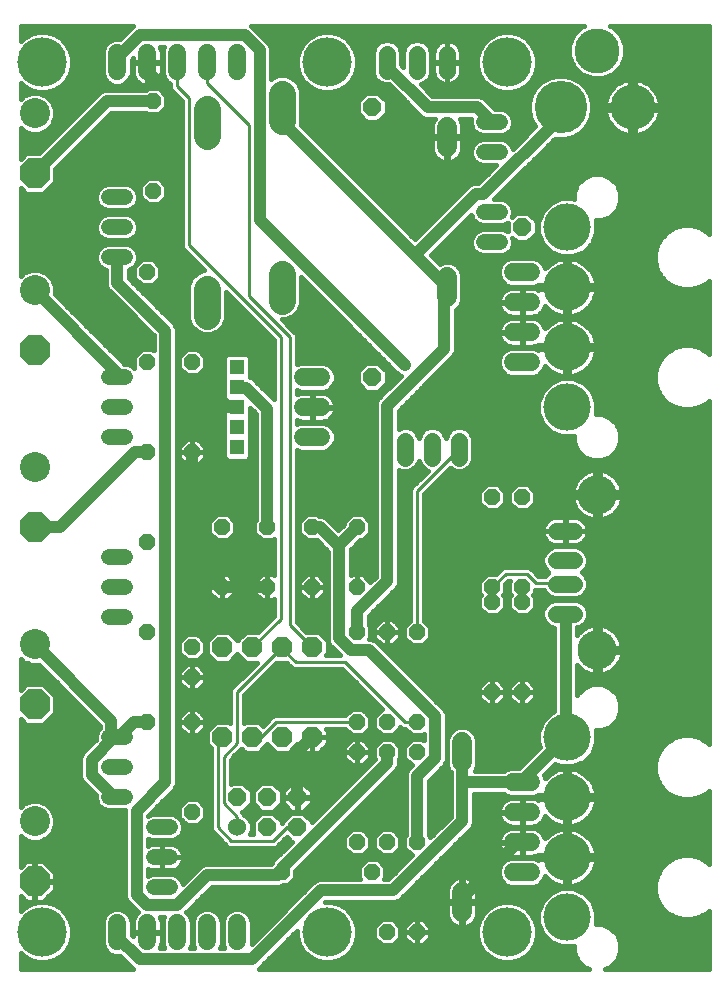
<source format=gbl>
G75*
%MOIN*%
%OFA0B0*%
%FSLAX24Y24*%
%IPPOS*%
%LPD*%
%AMOC8*
5,1,8,0,0,1.08239X$1,22.5*
%
%ADD10C,0.1000*%
%ADD11OC8,0.1000*%
%ADD12OC8,0.0520*%
%ADD13C,0.0520*%
%ADD14OC8,0.0600*%
%ADD15C,0.0560*%
%ADD16C,0.0885*%
%ADD17R,0.0515X0.0515*%
%ADD18OC8,0.0680*%
%ADD19C,0.0550*%
%ADD20C,0.0600*%
%ADD21C,0.1575*%
%ADD22C,0.1650*%
%ADD23C,0.1750*%
%ADD24C,0.1500*%
%ADD25C,0.0600*%
%ADD26C,0.0574*%
%ADD27C,0.1306*%
%ADD28C,0.0660*%
%ADD29C,0.0400*%
%ADD30C,0.0400*%
%ADD31C,0.0160*%
%ADD32C,0.0100*%
D10*
X002880Y005880D03*
X002880Y011780D03*
X002880Y017680D03*
X002880Y023580D03*
X002880Y029480D03*
D11*
X002880Y027480D03*
X002880Y021580D03*
X002880Y015680D03*
X002880Y009780D03*
X002880Y003880D03*
D12*
X006630Y009180D03*
X008130Y009180D03*
X008130Y010680D03*
X008130Y011680D03*
X006630Y012180D03*
X009130Y013680D03*
X010630Y013680D03*
X012130Y013680D03*
X013630Y013680D03*
X013630Y012180D03*
X014630Y012180D03*
X015630Y012180D03*
X018130Y013180D03*
X018130Y013680D03*
X019130Y013680D03*
X019130Y013180D03*
X019130Y010180D03*
X018130Y010180D03*
X015630Y009180D03*
X015630Y008180D03*
X014630Y008180D03*
X014630Y009180D03*
X013630Y009180D03*
X013630Y008180D03*
X013630Y005180D03*
X014130Y004180D03*
X014630Y005180D03*
X015630Y005180D03*
X015630Y002180D03*
X014630Y002180D03*
X011130Y004180D03*
X008130Y006180D03*
X006630Y015180D03*
X009130Y015680D03*
X010630Y015680D03*
X012130Y015680D03*
X013630Y015680D03*
X018130Y016680D03*
X019130Y016680D03*
X008130Y018180D03*
X006630Y018180D03*
X006630Y021180D03*
X008130Y021180D03*
X006630Y024180D03*
X006830Y026880D03*
X006830Y029880D03*
D13*
X005890Y026680D02*
X005370Y026680D01*
X005370Y025680D02*
X005890Y025680D01*
X005890Y024680D02*
X005370Y024680D01*
X005370Y020680D02*
X005890Y020680D01*
X005890Y019680D02*
X005370Y019680D01*
X005370Y018680D02*
X005890Y018680D01*
X005890Y014680D02*
X005370Y014680D01*
X005370Y013680D02*
X005890Y013680D01*
X005890Y012680D02*
X005370Y012680D01*
X005370Y008680D02*
X005890Y008680D01*
X005890Y007680D02*
X005370Y007680D01*
X005370Y006680D02*
X005890Y006680D01*
X006870Y005680D02*
X007390Y005680D01*
X007390Y004680D02*
X006870Y004680D01*
X006870Y003680D02*
X007390Y003680D01*
X017870Y025180D02*
X018390Y025180D01*
X018390Y026180D02*
X017870Y026180D01*
X017870Y028180D02*
X018390Y028180D01*
X018390Y029180D02*
X017870Y029180D01*
D14*
X019130Y025680D03*
X014130Y029680D03*
X014130Y020680D03*
X011630Y006680D03*
X011630Y005680D03*
X010630Y005680D03*
X010630Y006680D03*
X009630Y006680D03*
D15*
X014630Y030900D02*
X014630Y031460D01*
X015630Y031460D02*
X015630Y030900D01*
X016630Y030900D02*
X016630Y031460D01*
D16*
X011130Y030123D02*
X011130Y029238D01*
X008630Y029623D02*
X008630Y028738D01*
X011130Y024123D02*
X011130Y023238D01*
X008630Y023623D02*
X008630Y022738D01*
D17*
X009630Y021020D03*
X009630Y020350D03*
X009630Y019680D03*
X009630Y019010D03*
X009630Y018340D03*
D18*
X009130Y011680D03*
X010130Y011680D03*
X011130Y011680D03*
X012130Y011680D03*
X012130Y008680D03*
X011130Y008680D03*
X010130Y008680D03*
X009130Y008680D03*
D19*
X015230Y018005D02*
X015230Y018555D01*
X016130Y018555D02*
X016130Y018005D01*
X017030Y018005D02*
X017030Y018555D01*
D20*
X018830Y021180D02*
X019430Y021180D01*
X019430Y022180D02*
X018830Y022180D01*
X018830Y023180D02*
X019430Y023180D01*
X019430Y024180D02*
X018830Y024180D01*
X012430Y020680D02*
X011830Y020680D01*
X011830Y019680D02*
X012430Y019680D01*
X012430Y018680D02*
X011830Y018680D01*
X018830Y007180D02*
X019430Y007180D01*
X019430Y006180D02*
X018830Y006180D01*
X018830Y005180D02*
X019430Y005180D01*
X019430Y004180D02*
X018830Y004180D01*
X009630Y002480D02*
X009630Y001880D01*
X008630Y001880D02*
X008630Y002480D01*
X007630Y002480D02*
X007630Y001880D01*
X006630Y001880D02*
X006630Y002480D01*
X005630Y002480D02*
X005630Y001880D01*
X005630Y030880D02*
X005630Y031480D01*
X006630Y031480D02*
X006630Y030880D01*
X007630Y030880D02*
X007630Y031480D01*
X008630Y031480D02*
X008630Y030880D01*
X009630Y030880D02*
X009630Y031480D01*
D21*
X020630Y025680D03*
X020630Y023680D03*
X020630Y021680D03*
X020630Y019680D03*
X020630Y008680D03*
X020630Y006680D03*
X020630Y004680D03*
X020630Y002680D03*
D22*
X018630Y002180D03*
X012630Y002180D03*
X003130Y002180D03*
X003130Y031180D03*
X012630Y031180D03*
X018630Y031180D03*
D23*
X020410Y029680D03*
D24*
X021630Y031570D03*
X022811Y029680D03*
D25*
X009630Y005680D03*
D26*
X020276Y012802D02*
X020850Y012802D01*
X020850Y013786D02*
X020276Y013786D01*
X020276Y014574D02*
X020850Y014574D01*
X020850Y015558D02*
X020276Y015558D01*
D27*
X021630Y016767D03*
X021630Y011593D03*
D28*
X017130Y008510D02*
X017130Y007850D01*
X017130Y003510D02*
X017130Y002850D01*
X016630Y023350D02*
X016630Y024010D01*
X016630Y028350D02*
X016630Y029010D01*
D29*
X015980Y029680D02*
X017630Y029680D01*
X018130Y029180D01*
X020380Y029330D02*
X017830Y026780D01*
X017580Y026780D01*
X015555Y024755D01*
X011130Y029180D01*
X011130Y029680D01*
X010380Y031580D02*
X010380Y025930D01*
X015230Y021080D01*
X016530Y021630D02*
X014630Y019730D01*
X014630Y013880D01*
X013630Y012880D01*
X013630Y012180D01*
X013030Y011980D02*
X013430Y011580D01*
X014030Y011580D01*
X016230Y009380D01*
X016230Y007980D01*
X015630Y007380D01*
X015630Y005180D01*
X017130Y005880D02*
X014830Y003580D01*
X012430Y003580D01*
X010130Y001280D01*
X006380Y001280D01*
X005630Y002030D01*
X005630Y002180D01*
X006630Y003080D02*
X006280Y003430D01*
X006280Y006230D01*
X007230Y007180D01*
X007230Y022230D01*
X005630Y023830D01*
X005630Y024680D01*
X007680Y022480D02*
X009030Y021130D01*
X009030Y019980D01*
X009330Y019680D01*
X009630Y019680D01*
X009630Y020330D02*
X009630Y020350D01*
X009630Y020330D02*
X009930Y020330D01*
X010630Y019630D01*
X010630Y015680D01*
X012130Y015680D02*
X012380Y015680D01*
X012880Y015180D01*
X013030Y015080D01*
X013630Y015680D01*
X013030Y015080D02*
X013030Y011980D01*
X010630Y013680D02*
X009130Y013680D01*
X009030Y013830D01*
X008130Y014730D01*
X008130Y018180D01*
X006630Y018180D02*
X006230Y018180D01*
X003730Y015680D01*
X002880Y015680D01*
X002880Y011780D02*
X005430Y009230D01*
X005430Y008830D01*
X005630Y008680D01*
X005780Y008780D01*
X006180Y009180D01*
X006630Y009180D01*
X005630Y008680D02*
X005530Y008680D01*
X004780Y007930D01*
X004780Y007430D01*
X005530Y006680D01*
X005630Y006680D01*
X006630Y003080D02*
X007630Y003080D01*
X008630Y004080D01*
X010980Y004080D01*
X011130Y004180D01*
X011130Y004330D01*
X014630Y007830D01*
X014630Y008180D01*
X012130Y008680D02*
X011630Y008180D01*
X011630Y007980D01*
X009630Y007980D01*
X011630Y007980D02*
X011630Y006680D01*
X017130Y007180D02*
X017130Y005880D01*
X017130Y007180D02*
X019130Y007180D01*
X019230Y007330D01*
X020480Y008580D01*
X020630Y008680D01*
X020580Y008730D01*
X020580Y012780D01*
X020563Y012802D01*
X017130Y008180D02*
X017130Y007180D01*
X018980Y005180D02*
X019130Y005180D01*
X018980Y005180D02*
X017130Y003330D01*
X017130Y003180D01*
X005630Y020680D02*
X005630Y020830D01*
X002880Y023580D01*
X002880Y027480D02*
X005280Y029880D01*
X006830Y029880D01*
X007680Y029830D02*
X006630Y030880D01*
X006630Y031180D01*
X006380Y032080D02*
X009880Y032080D01*
X010380Y031580D01*
X007680Y029830D02*
X007680Y022480D01*
X005630Y031180D02*
X005630Y031330D01*
X006380Y032080D01*
X014630Y031180D02*
X014630Y031030D01*
X015980Y029680D01*
X015555Y024755D02*
X016630Y023680D01*
X016530Y023530D01*
X016530Y021630D01*
X020380Y029330D02*
X020380Y029680D01*
X020410Y029680D01*
D30*
X015230Y021080D03*
X009630Y007980D03*
D31*
X002410Y001479D02*
X002410Y000960D01*
X006163Y000960D01*
X006058Y001065D01*
X005723Y001400D01*
X005535Y001400D01*
X005358Y001473D01*
X005223Y001608D01*
X005150Y001785D01*
X005150Y002575D01*
X005223Y002752D01*
X005358Y002887D01*
X005535Y002960D01*
X005725Y002960D01*
X005902Y002887D01*
X006037Y002752D01*
X006110Y002575D01*
X006110Y002087D01*
X006150Y002047D01*
X006150Y002160D01*
X006610Y002160D01*
X006610Y002200D01*
X006150Y002200D01*
X006150Y002518D01*
X006162Y002592D01*
X006185Y002664D01*
X006219Y002732D01*
X006264Y002793D01*
X006317Y002846D01*
X006323Y002850D01*
X006065Y003108D01*
X005958Y003215D01*
X005900Y003354D01*
X005900Y006240D01*
X005282Y006240D01*
X005121Y006307D01*
X004997Y006431D01*
X004930Y006592D01*
X004930Y006743D01*
X004565Y007108D01*
X004458Y007215D01*
X004400Y007354D01*
X004400Y008006D01*
X004458Y008145D01*
X004930Y008617D01*
X004930Y008768D01*
X004997Y008929D01*
X005050Y008982D01*
X005050Y009073D01*
X003020Y011102D01*
X003015Y011100D01*
X002745Y011100D01*
X002495Y011204D01*
X002410Y011288D01*
X002410Y010272D01*
X002598Y010460D01*
X003162Y010460D01*
X003560Y010062D01*
X003560Y009498D01*
X003162Y009100D01*
X002598Y009100D01*
X002410Y009288D01*
X002410Y006372D01*
X002495Y006456D01*
X002745Y006560D01*
X003015Y006560D01*
X003265Y006456D01*
X003456Y006265D01*
X003560Y006015D01*
X003560Y005745D01*
X003456Y005495D01*
X003265Y005304D01*
X003015Y005200D01*
X002745Y005200D01*
X002495Y005304D01*
X002410Y005388D01*
X002410Y004372D01*
X002598Y004560D01*
X002860Y004560D01*
X002860Y003900D01*
X002900Y003900D01*
X002900Y004560D01*
X003162Y004560D01*
X003560Y004162D01*
X003560Y003900D01*
X002900Y003900D01*
X002900Y003860D01*
X003560Y003860D01*
X003560Y003598D01*
X003162Y003200D01*
X002900Y003200D01*
X002900Y003860D01*
X002860Y003860D01*
X002860Y003200D01*
X002598Y003200D01*
X002410Y003388D01*
X002410Y002881D01*
X002513Y002984D01*
X002742Y003117D01*
X002998Y003185D01*
X003262Y003185D01*
X003518Y003117D01*
X003747Y002984D01*
X003934Y002797D01*
X004067Y002568D01*
X004135Y002312D01*
X004135Y002048D01*
X004067Y001792D01*
X003934Y001563D01*
X003747Y001376D01*
X003518Y001243D01*
X003262Y001175D01*
X002998Y001175D01*
X002742Y001243D01*
X002513Y001376D01*
X002410Y001479D01*
X002410Y001473D02*
X002416Y001473D01*
X002410Y001314D02*
X002620Y001314D01*
X002410Y001156D02*
X005967Y001156D01*
X005809Y001314D02*
X003640Y001314D01*
X003844Y001473D02*
X005359Y001473D01*
X005214Y001631D02*
X003974Y001631D01*
X004065Y001790D02*
X005150Y001790D01*
X005150Y001948D02*
X004108Y001948D01*
X004135Y002107D02*
X005150Y002107D01*
X005150Y002265D02*
X004135Y002265D01*
X004105Y002424D02*
X005150Y002424D01*
X005153Y002582D02*
X004058Y002582D01*
X003967Y002741D02*
X005218Y002741D01*
X005387Y002899D02*
X003832Y002899D01*
X003620Y003058D02*
X006115Y003058D01*
X005957Y003216D02*
X003178Y003216D01*
X003336Y003375D02*
X005900Y003375D01*
X005900Y003533D02*
X003495Y003533D01*
X003560Y003692D02*
X005900Y003692D01*
X005900Y003850D02*
X003560Y003850D01*
X003560Y004009D02*
X005900Y004009D01*
X005900Y004167D02*
X003555Y004167D01*
X003396Y004326D02*
X005900Y004326D01*
X005900Y004484D02*
X003238Y004484D01*
X002900Y004484D02*
X002860Y004484D01*
X002860Y004326D02*
X002900Y004326D01*
X002900Y004167D02*
X002860Y004167D01*
X002860Y004009D02*
X002900Y004009D01*
X002900Y003850D02*
X002860Y003850D01*
X002860Y003692D02*
X002900Y003692D01*
X002900Y003533D02*
X002860Y003533D01*
X002860Y003375D02*
X002900Y003375D01*
X002900Y003216D02*
X002860Y003216D01*
X002640Y003058D02*
X002410Y003058D01*
X002410Y003216D02*
X002582Y003216D01*
X002424Y003375D02*
X002410Y003375D01*
X002410Y002899D02*
X002428Y002899D01*
X002410Y004484D02*
X002522Y004484D01*
X002410Y004643D02*
X005900Y004643D01*
X005900Y004801D02*
X002410Y004801D01*
X002410Y004960D02*
X005900Y004960D01*
X005900Y005118D02*
X002410Y005118D01*
X002410Y005277D02*
X002560Y005277D01*
X003200Y005277D02*
X005900Y005277D01*
X005900Y005435D02*
X003397Y005435D01*
X003497Y005594D02*
X005900Y005594D01*
X005900Y005752D02*
X003560Y005752D01*
X003560Y005911D02*
X005900Y005911D01*
X005900Y006069D02*
X003538Y006069D01*
X003472Y006228D02*
X005900Y006228D01*
X006660Y006073D02*
X007445Y006858D01*
X007552Y006965D01*
X007610Y007104D01*
X007610Y022306D01*
X007552Y022445D01*
X006010Y023987D01*
X006010Y024253D01*
X006139Y024307D01*
X006190Y024358D01*
X006190Y023998D01*
X006448Y023740D01*
X006812Y023740D01*
X007070Y023998D01*
X007070Y024362D01*
X006812Y024620D01*
X006448Y024620D01*
X006266Y024438D01*
X006330Y024592D01*
X006330Y024768D01*
X006263Y024929D01*
X006139Y025053D01*
X005978Y025120D01*
X005282Y025120D01*
X005121Y025053D01*
X004997Y024929D01*
X004930Y024768D01*
X004930Y024592D01*
X004997Y024431D01*
X005121Y024307D01*
X005250Y024253D01*
X005250Y023754D01*
X005308Y023615D01*
X005415Y023508D01*
X006850Y022073D01*
X006850Y021582D01*
X006812Y021620D01*
X006448Y021620D01*
X006190Y021362D01*
X006190Y021002D01*
X006139Y021053D01*
X005978Y021120D01*
X005877Y021120D01*
X003558Y023440D01*
X003560Y023445D01*
X003560Y023715D01*
X003456Y023965D01*
X003265Y024156D01*
X003015Y024260D01*
X002745Y024260D01*
X002495Y024156D01*
X002410Y024072D01*
X002410Y026988D01*
X002598Y026800D01*
X003162Y026800D01*
X003560Y027198D01*
X003560Y027623D01*
X005437Y029500D01*
X006588Y029500D01*
X006648Y029440D01*
X007012Y029440D01*
X007270Y029698D01*
X007270Y030062D01*
X007012Y030320D01*
X006648Y030320D01*
X006588Y030260D01*
X005204Y030260D01*
X005065Y030202D01*
X003023Y028160D01*
X002598Y028160D01*
X002410Y027972D01*
X002410Y028988D01*
X002495Y028904D01*
X002745Y028800D01*
X003015Y028800D01*
X003265Y028904D01*
X003456Y029095D01*
X003560Y029345D01*
X003560Y029615D01*
X003456Y029865D01*
X003265Y030056D01*
X003015Y030160D01*
X002745Y030160D01*
X002495Y030056D01*
X002410Y029972D01*
X002410Y030479D01*
X002513Y030376D01*
X002742Y030243D01*
X002998Y030175D01*
X003262Y030175D01*
X003518Y030243D01*
X003747Y030376D01*
X003934Y030563D01*
X004067Y030792D01*
X004135Y031048D01*
X004135Y031312D01*
X004067Y031568D01*
X003934Y031797D01*
X003747Y031984D01*
X003518Y032117D01*
X003262Y032185D01*
X002998Y032185D01*
X002742Y032117D01*
X002513Y031984D01*
X002410Y031881D01*
X002410Y032400D01*
X006163Y032400D01*
X005723Y031960D01*
X005535Y031960D01*
X005358Y031887D01*
X005223Y031752D01*
X005150Y031575D01*
X005150Y030785D01*
X005223Y030608D01*
X005358Y030473D01*
X005535Y030400D01*
X005725Y030400D01*
X005902Y030473D01*
X006037Y030608D01*
X006110Y030785D01*
X006110Y031273D01*
X006150Y031313D01*
X006150Y031200D01*
X006610Y031200D01*
X006610Y031160D01*
X006650Y031160D01*
X006650Y031200D01*
X007110Y031200D01*
X007110Y031518D01*
X007098Y031592D01*
X007075Y031664D01*
X007057Y031700D01*
X007202Y031700D01*
X007150Y031575D01*
X007150Y030785D01*
X007223Y030608D01*
X007358Y030473D01*
X007400Y030456D01*
X007400Y030285D01*
X007800Y029885D01*
X007800Y024985D01*
X008540Y024245D01*
X008506Y024245D01*
X008277Y024150D01*
X008102Y023975D01*
X008008Y023746D01*
X008008Y022614D01*
X008102Y022385D01*
X008277Y022210D01*
X008506Y022115D01*
X008754Y022115D01*
X008983Y022210D01*
X009158Y022385D01*
X009252Y022614D01*
X009252Y023532D01*
X010850Y021935D01*
X010850Y019947D01*
X010845Y019952D01*
X010145Y020652D01*
X010065Y020685D01*
X010067Y020688D01*
X010067Y021352D01*
X009962Y021457D01*
X009298Y021457D01*
X009193Y021352D01*
X009193Y020688D01*
X009195Y020685D01*
X009193Y020682D01*
X009193Y020018D01*
X009205Y020006D01*
X009193Y019961D01*
X009193Y019680D01*
X009193Y019399D01*
X009205Y019354D01*
X009193Y019342D01*
X009193Y018678D01*
X009195Y018675D01*
X009193Y018672D01*
X009193Y018008D01*
X009298Y017903D01*
X009962Y017903D01*
X010067Y018008D01*
X010067Y018672D01*
X010065Y018675D01*
X010067Y018678D01*
X010067Y019342D01*
X010055Y019354D01*
X010067Y019399D01*
X010067Y019655D01*
X010250Y019473D01*
X010250Y015922D01*
X010190Y015862D01*
X010190Y015498D01*
X010448Y015240D01*
X010812Y015240D01*
X010850Y015278D01*
X010850Y014082D01*
X010812Y014120D01*
X010630Y014120D01*
X010630Y013680D01*
X010630Y013680D01*
X010630Y013240D01*
X010812Y013240D01*
X010850Y013278D01*
X010850Y012725D01*
X010325Y012200D01*
X009915Y012200D01*
X009630Y011915D01*
X009345Y012200D01*
X008915Y012200D01*
X008610Y011895D01*
X008610Y011465D01*
X008915Y011160D01*
X009345Y011160D01*
X009630Y011445D01*
X009915Y011160D01*
X010285Y011160D01*
X009400Y010275D01*
X009400Y009145D01*
X009345Y009200D01*
X008915Y009200D01*
X008610Y008895D01*
X008610Y008465D01*
X008750Y008325D01*
X008750Y005585D01*
X008885Y005450D01*
X009335Y005000D01*
X010925Y005000D01*
X011060Y005135D01*
X011278Y005353D01*
X011431Y005200D01*
X011463Y005200D01*
X010808Y004545D01*
X010773Y004460D01*
X008554Y004460D01*
X008415Y004402D01*
X007815Y003803D01*
X007763Y003929D01*
X007639Y004053D01*
X007478Y004120D01*
X006782Y004120D01*
X006660Y004069D01*
X006660Y004293D01*
X006701Y004272D01*
X006767Y004251D01*
X006835Y004240D01*
X007130Y004240D01*
X007425Y004240D01*
X007493Y004251D01*
X007559Y004272D01*
X007621Y004304D01*
X007677Y004344D01*
X007726Y004393D01*
X007766Y004449D01*
X007798Y004511D01*
X007819Y004577D01*
X007830Y004645D01*
X007830Y004680D01*
X007830Y004715D01*
X007819Y004783D01*
X007798Y004849D01*
X007766Y004911D01*
X007726Y004967D01*
X007677Y005016D01*
X007621Y005056D01*
X007559Y005088D01*
X007493Y005109D01*
X007425Y005120D01*
X007130Y005120D01*
X007130Y004680D01*
X007130Y004680D01*
X007830Y004680D01*
X007130Y004680D01*
X007130Y004680D01*
X007130Y004240D01*
X007130Y004680D01*
X007130Y004680D01*
X007130Y005120D01*
X006835Y005120D01*
X006767Y005109D01*
X006701Y005088D01*
X006660Y005067D01*
X006660Y005291D01*
X006782Y005240D01*
X007478Y005240D01*
X007639Y005307D01*
X007763Y005431D01*
X007830Y005592D01*
X007830Y005768D01*
X007766Y005922D01*
X007948Y005740D01*
X008312Y005740D01*
X008570Y005998D01*
X008570Y006362D01*
X008312Y006620D01*
X007948Y006620D01*
X007690Y006362D01*
X007690Y006002D01*
X007639Y006053D01*
X007478Y006120D01*
X006782Y006120D01*
X006660Y006069D01*
X006660Y006073D01*
X006815Y006228D02*
X007690Y006228D01*
X007690Y006069D02*
X007601Y006069D01*
X007771Y005911D02*
X007777Y005911D01*
X007830Y005752D02*
X007936Y005752D01*
X007830Y005594D02*
X008750Y005594D01*
X008750Y005752D02*
X008324Y005752D01*
X008483Y005911D02*
X008750Y005911D01*
X008750Y006069D02*
X008570Y006069D01*
X008570Y006228D02*
X008750Y006228D01*
X008750Y006386D02*
X008546Y006386D01*
X008388Y006545D02*
X008750Y006545D01*
X008750Y006703D02*
X007290Y006703D01*
X007132Y006545D02*
X007872Y006545D01*
X007714Y006386D02*
X006973Y006386D01*
X007449Y006862D02*
X008750Y006862D01*
X008750Y007020D02*
X007575Y007020D01*
X007610Y007179D02*
X008750Y007179D01*
X008750Y007337D02*
X007610Y007337D01*
X007610Y007496D02*
X008750Y007496D01*
X008750Y007654D02*
X007610Y007654D01*
X007610Y007813D02*
X008750Y007813D01*
X008750Y007971D02*
X007610Y007971D01*
X007610Y008130D02*
X008750Y008130D01*
X008750Y008288D02*
X007610Y008288D01*
X007610Y008447D02*
X008628Y008447D01*
X008610Y008605D02*
X007610Y008605D01*
X007610Y008764D02*
X007924Y008764D01*
X007948Y008740D02*
X007690Y008998D01*
X007690Y009180D01*
X008130Y009180D01*
X008130Y009180D01*
X008130Y009620D01*
X008312Y009620D01*
X008570Y009362D01*
X008570Y009180D01*
X008130Y009180D01*
X008130Y009180D01*
X008130Y009180D01*
X008130Y009620D01*
X007948Y009620D01*
X007690Y009362D01*
X007690Y009180D01*
X008130Y009180D01*
X008570Y009180D01*
X008570Y008998D01*
X008312Y008740D01*
X008130Y008740D01*
X008130Y009180D01*
X008130Y009180D01*
X008130Y008740D01*
X007948Y008740D01*
X008130Y008764D02*
X008130Y008764D01*
X008130Y008922D02*
X008130Y008922D01*
X008130Y009081D02*
X008130Y009081D01*
X008130Y009239D02*
X008130Y009239D01*
X008130Y009398D02*
X008130Y009398D01*
X008130Y009556D02*
X008130Y009556D01*
X008376Y009556D02*
X009400Y009556D01*
X009400Y009398D02*
X008535Y009398D01*
X008570Y009239D02*
X009400Y009239D01*
X009400Y009715D02*
X007610Y009715D01*
X007610Y009873D02*
X009400Y009873D01*
X009400Y010032D02*
X007610Y010032D01*
X007610Y010190D02*
X009400Y010190D01*
X009473Y010349D02*
X008421Y010349D01*
X008312Y010240D02*
X008570Y010498D01*
X008570Y010680D01*
X008570Y010862D01*
X008312Y011120D01*
X008130Y011120D01*
X008130Y010680D01*
X008130Y010680D01*
X008570Y010680D01*
X008130Y010680D01*
X008130Y010680D01*
X008130Y010680D01*
X007690Y010680D01*
X007690Y010862D01*
X007948Y011120D01*
X008130Y011120D01*
X008130Y010680D01*
X008130Y010240D01*
X008312Y010240D01*
X008130Y010240D02*
X008130Y010680D01*
X008130Y010680D01*
X007690Y010680D01*
X007690Y010498D01*
X007948Y010240D01*
X008130Y010240D01*
X008130Y010349D02*
X008130Y010349D01*
X008130Y010507D02*
X008130Y010507D01*
X008130Y010666D02*
X008130Y010666D01*
X008130Y010824D02*
X008130Y010824D01*
X008130Y010983D02*
X008130Y010983D01*
X007948Y011240D02*
X008312Y011240D01*
X008570Y011498D01*
X008570Y011862D01*
X008312Y012120D01*
X007948Y012120D01*
X007690Y011862D01*
X007690Y011498D01*
X007948Y011240D01*
X007888Y011300D02*
X007610Y011300D01*
X007610Y011458D02*
X007730Y011458D01*
X007690Y011617D02*
X007610Y011617D01*
X007610Y011775D02*
X007690Y011775D01*
X007761Y011934D02*
X007610Y011934D01*
X007610Y012092D02*
X007920Y012092D01*
X008340Y012092D02*
X008807Y012092D01*
X008648Y011934D02*
X008499Y011934D01*
X008570Y011775D02*
X008610Y011775D01*
X008610Y011617D02*
X008570Y011617D01*
X008530Y011458D02*
X008617Y011458D01*
X008775Y011300D02*
X008372Y011300D01*
X008450Y010983D02*
X010107Y010983D01*
X010266Y011141D02*
X007610Y011141D01*
X007610Y010983D02*
X007810Y010983D01*
X007690Y010824D02*
X007610Y010824D01*
X007610Y010666D02*
X007690Y010666D01*
X007690Y010507D02*
X007610Y010507D01*
X007610Y010349D02*
X007839Y010349D01*
X007884Y009556D02*
X007610Y009556D01*
X007610Y009398D02*
X007725Y009398D01*
X007690Y009239D02*
X007610Y009239D01*
X007610Y009081D02*
X007690Y009081D01*
X007766Y008922D02*
X007610Y008922D01*
X008336Y008764D02*
X008610Y008764D01*
X008637Y008922D02*
X008494Y008922D01*
X008570Y009081D02*
X008795Y009081D01*
X009725Y008250D02*
X009410Y007935D01*
X009410Y007139D01*
X009431Y007160D01*
X009829Y007160D01*
X010110Y006879D01*
X010110Y006481D01*
X009829Y006200D01*
X009785Y006200D01*
X009860Y006125D01*
X009860Y006104D01*
X009902Y006087D01*
X010037Y005952D01*
X010110Y005775D01*
X010110Y005585D01*
X010058Y005460D01*
X010171Y005460D01*
X010150Y005481D01*
X010150Y005879D01*
X010431Y006160D01*
X010829Y006160D01*
X011110Y005879D01*
X011110Y005835D01*
X011150Y005875D01*
X011150Y005879D01*
X011431Y006160D01*
X011829Y006160D01*
X012110Y005879D01*
X012110Y005847D01*
X014225Y007963D01*
X014190Y007998D01*
X014190Y008362D01*
X014448Y008620D01*
X014812Y008620D01*
X015070Y008362D01*
X015070Y007998D01*
X015010Y007938D01*
X015010Y007754D01*
X014952Y007615D01*
X014845Y007508D01*
X011570Y004233D01*
X011570Y003998D01*
X011312Y003740D01*
X011155Y003740D01*
X011128Y003722D01*
X011091Y003715D01*
X011056Y003700D01*
X011017Y003700D01*
X010980Y003693D01*
X010942Y003700D01*
X008787Y003700D01*
X007952Y002865D01*
X007938Y002851D01*
X008037Y002752D01*
X008110Y002575D01*
X008110Y001785D01*
X008058Y001660D01*
X008202Y001660D01*
X008150Y001785D01*
X008150Y002575D01*
X008223Y002752D01*
X008358Y002887D01*
X008535Y002960D01*
X008725Y002960D01*
X008902Y002887D01*
X009037Y002752D01*
X009110Y002575D01*
X009110Y001785D01*
X009058Y001660D01*
X009202Y001660D01*
X009150Y001785D01*
X009150Y002575D01*
X009223Y002752D01*
X009358Y002887D01*
X009535Y002960D01*
X009725Y002960D01*
X009902Y002887D01*
X010037Y002752D01*
X010110Y002575D01*
X010110Y001797D01*
X012108Y003795D01*
X012215Y003902D01*
X012354Y003960D01*
X013728Y003960D01*
X013690Y003998D01*
X013690Y004362D01*
X013948Y004620D01*
X014312Y004620D01*
X014570Y004362D01*
X014570Y003998D01*
X014532Y003960D01*
X014673Y003960D01*
X015453Y004740D01*
X015448Y004740D01*
X015190Y004998D01*
X015190Y005362D01*
X015250Y005422D01*
X015250Y007456D01*
X015308Y007595D01*
X015453Y007740D01*
X015448Y007740D01*
X015190Y007998D01*
X015190Y008362D01*
X015448Y008620D01*
X015812Y008620D01*
X015850Y008582D01*
X015850Y008778D01*
X015812Y008740D01*
X015448Y008740D01*
X015238Y008950D01*
X015135Y008950D01*
X015070Y009015D01*
X015070Y008998D01*
X014812Y008740D01*
X014448Y008740D01*
X014190Y008998D01*
X014190Y009362D01*
X014448Y009620D01*
X014465Y009620D01*
X013135Y010950D01*
X011485Y010950D01*
X011275Y011160D01*
X010935Y011160D01*
X009860Y010085D01*
X009860Y009145D01*
X009915Y009200D01*
X010345Y009200D01*
X010485Y009060D01*
X010700Y009275D01*
X010835Y009410D01*
X013238Y009410D01*
X013448Y009620D01*
X013812Y009620D01*
X014070Y009362D01*
X014070Y008998D01*
X013812Y008740D01*
X013448Y008740D01*
X013238Y008950D01*
X012595Y008950D01*
X012650Y008895D01*
X012650Y008680D01*
X012130Y008680D01*
X012130Y008680D01*
X012650Y008680D01*
X012650Y008465D01*
X012345Y008160D01*
X012130Y008160D01*
X012130Y008680D01*
X012130Y008680D01*
X012130Y008160D01*
X011915Y008160D01*
X011630Y008445D01*
X011345Y008160D01*
X010915Y008160D01*
X010630Y008445D01*
X010345Y008160D01*
X009915Y008160D01*
X009775Y008300D01*
X009725Y008250D01*
X009763Y008288D02*
X009787Y008288D01*
X009605Y008130D02*
X013190Y008130D01*
X013190Y008180D02*
X013190Y007998D01*
X013448Y007740D01*
X013630Y007740D01*
X013812Y007740D01*
X014070Y007998D01*
X014070Y008180D01*
X014070Y008362D01*
X013812Y008620D01*
X013630Y008620D01*
X013630Y008180D01*
X013630Y008180D01*
X014070Y008180D01*
X013630Y008180D01*
X013630Y008180D01*
X013630Y008180D01*
X013190Y008180D01*
X013190Y008362D01*
X013448Y008620D01*
X013630Y008620D01*
X013630Y008180D01*
X013630Y007740D01*
X013630Y008180D01*
X013630Y008180D01*
X013190Y008180D01*
X013190Y008288D02*
X012473Y008288D01*
X012632Y008447D02*
X013274Y008447D01*
X013433Y008605D02*
X012650Y008605D01*
X012650Y008764D02*
X013424Y008764D01*
X013266Y008922D02*
X012623Y008922D01*
X012130Y008605D02*
X012130Y008605D01*
X012130Y008447D02*
X012130Y008447D01*
X012130Y008288D02*
X012130Y008288D01*
X011787Y008288D02*
X011473Y008288D01*
X010787Y008288D02*
X010473Y008288D01*
X010465Y009081D02*
X010505Y009081D01*
X010664Y009239D02*
X009860Y009239D01*
X009860Y009398D02*
X010822Y009398D01*
X010124Y010349D02*
X013736Y010349D01*
X013578Y010507D02*
X010282Y010507D01*
X010441Y010666D02*
X013419Y010666D01*
X013261Y010824D02*
X010599Y010824D01*
X010758Y010983D02*
X011452Y010983D01*
X011294Y011141D02*
X010916Y011141D01*
X009949Y010824D02*
X008570Y010824D01*
X008570Y010666D02*
X009790Y010666D01*
X009632Y010507D02*
X008570Y010507D01*
X009485Y011300D02*
X009775Y011300D01*
X009648Y011934D02*
X009612Y011934D01*
X009453Y012092D02*
X009807Y012092D01*
X010375Y012251D02*
X007610Y012251D01*
X007610Y012409D02*
X010534Y012409D01*
X010692Y012568D02*
X007610Y012568D01*
X007610Y012726D02*
X010850Y012726D01*
X010850Y012885D02*
X007610Y012885D01*
X007610Y013043D02*
X010850Y013043D01*
X010850Y013202D02*
X007610Y013202D01*
X007610Y013360D02*
X008828Y013360D01*
X008948Y013240D02*
X008690Y013498D01*
X008690Y013680D01*
X009130Y013680D01*
X009130Y013680D01*
X009130Y014120D01*
X009312Y014120D01*
X009570Y013862D01*
X009570Y013680D01*
X009130Y013680D01*
X009130Y013680D01*
X009130Y013680D01*
X009130Y014120D01*
X008948Y014120D01*
X008690Y013862D01*
X008690Y013680D01*
X009130Y013680D01*
X009570Y013680D01*
X009570Y013498D01*
X009312Y013240D01*
X009130Y013240D01*
X009130Y013680D01*
X009130Y013680D01*
X009130Y013240D01*
X008948Y013240D01*
X009130Y013360D02*
X009130Y013360D01*
X009130Y013519D02*
X009130Y013519D01*
X009130Y013677D02*
X009130Y013677D01*
X009130Y013836D02*
X009130Y013836D01*
X009130Y013994D02*
X009130Y013994D01*
X009438Y013994D02*
X010322Y013994D01*
X010448Y014120D02*
X010190Y013862D01*
X010190Y013680D01*
X010630Y013680D01*
X010630Y013680D01*
X010630Y013680D01*
X010630Y014120D01*
X010448Y014120D01*
X010630Y013994D02*
X010630Y013994D01*
X010630Y013836D02*
X010630Y013836D01*
X010630Y013680D02*
X010190Y013680D01*
X010190Y013498D01*
X010448Y013240D01*
X010630Y013240D01*
X010630Y013680D01*
X010630Y013677D02*
X010630Y013677D01*
X010630Y013519D02*
X010630Y013519D01*
X010630Y013360D02*
X010630Y013360D01*
X010328Y013360D02*
X009432Y013360D01*
X009570Y013519D02*
X010190Y013519D01*
X010190Y013677D02*
X009570Y013677D01*
X009570Y013836D02*
X010190Y013836D01*
X010850Y014153D02*
X007610Y014153D01*
X007610Y014311D02*
X010850Y014311D01*
X010850Y014470D02*
X007610Y014470D01*
X007610Y014628D02*
X010850Y014628D01*
X010850Y014787D02*
X007610Y014787D01*
X007610Y014945D02*
X010850Y014945D01*
X010850Y015104D02*
X007610Y015104D01*
X007610Y015262D02*
X008926Y015262D01*
X008948Y015240D02*
X008690Y015498D01*
X008690Y015862D01*
X008948Y016120D01*
X009312Y016120D01*
X009570Y015862D01*
X009570Y015498D01*
X009312Y015240D01*
X008948Y015240D01*
X008767Y015421D02*
X007610Y015421D01*
X007610Y015579D02*
X008690Y015579D01*
X008690Y015738D02*
X007610Y015738D01*
X007610Y015896D02*
X008724Y015896D01*
X008882Y016055D02*
X007610Y016055D01*
X007610Y016213D02*
X010250Y016213D01*
X010250Y016055D02*
X009378Y016055D01*
X009536Y015896D02*
X010224Y015896D01*
X010190Y015738D02*
X009570Y015738D01*
X009570Y015579D02*
X010190Y015579D01*
X010267Y015421D02*
X009493Y015421D01*
X009334Y015262D02*
X010426Y015262D01*
X010834Y015262D02*
X010850Y015262D01*
X011610Y015262D02*
X011926Y015262D01*
X011948Y015240D02*
X012283Y015240D01*
X012585Y014938D01*
X012606Y014906D01*
X012638Y014885D01*
X012650Y014873D01*
X012650Y011904D01*
X012708Y011765D01*
X012815Y011658D01*
X013063Y011410D01*
X012595Y011410D01*
X012650Y011465D01*
X012650Y011895D01*
X012345Y012200D01*
X011935Y012200D01*
X011610Y012525D01*
X011610Y018252D01*
X011735Y018200D01*
X012525Y018200D01*
X012702Y018273D01*
X012837Y018408D01*
X012910Y018585D01*
X012910Y018775D01*
X012837Y018952D01*
X012702Y019087D01*
X012525Y019160D01*
X011735Y019160D01*
X011610Y019108D01*
X011610Y019253D01*
X011646Y019235D01*
X011718Y019212D01*
X011792Y019200D01*
X012110Y019200D01*
X012110Y019660D01*
X012150Y019660D01*
X012150Y019700D01*
X012110Y019700D01*
X012110Y020160D01*
X011792Y020160D01*
X011718Y020148D01*
X011646Y020125D01*
X011610Y020107D01*
X011610Y020252D01*
X011735Y020200D01*
X012525Y020200D01*
X012702Y020273D01*
X012837Y020408D01*
X012910Y020585D01*
X012910Y020775D01*
X012837Y020952D01*
X012702Y021087D01*
X012525Y021160D01*
X011735Y021160D01*
X011610Y021108D01*
X011610Y022125D01*
X011475Y022260D01*
X011120Y022615D01*
X011254Y022615D01*
X011483Y022710D01*
X011658Y022885D01*
X011752Y023114D01*
X011752Y024020D01*
X014908Y020865D01*
X015015Y020758D01*
X015089Y020727D01*
X014308Y019945D01*
X014250Y019806D01*
X014250Y014037D01*
X014070Y013857D01*
X014070Y013862D01*
X013812Y014120D01*
X013630Y014120D01*
X013630Y013680D01*
X013630Y013680D01*
X013630Y014120D01*
X013448Y014120D01*
X013410Y014082D01*
X013410Y014923D01*
X013727Y015240D01*
X013812Y015240D01*
X014070Y015498D01*
X014070Y015862D01*
X013812Y016120D01*
X013448Y016120D01*
X013190Y015862D01*
X013190Y015777D01*
X013005Y015592D01*
X012595Y016002D01*
X012456Y016060D01*
X012372Y016060D01*
X012312Y016120D01*
X011948Y016120D01*
X011690Y015862D01*
X011690Y015498D01*
X011948Y015240D01*
X011767Y015421D02*
X011610Y015421D01*
X011610Y015579D02*
X011690Y015579D01*
X011690Y015738D02*
X011610Y015738D01*
X011610Y015896D02*
X011724Y015896D01*
X011610Y016055D02*
X011882Y016055D01*
X011610Y016213D02*
X014250Y016213D01*
X014250Y016055D02*
X013878Y016055D01*
X014036Y015896D02*
X014250Y015896D01*
X014250Y015738D02*
X014070Y015738D01*
X014070Y015579D02*
X014250Y015579D01*
X014250Y015421D02*
X013993Y015421D01*
X013834Y015262D02*
X014250Y015262D01*
X014250Y015104D02*
X013591Y015104D01*
X013432Y014945D02*
X014250Y014945D01*
X014250Y014787D02*
X013410Y014787D01*
X013410Y014628D02*
X014250Y014628D01*
X014250Y014470D02*
X013410Y014470D01*
X013410Y014311D02*
X014250Y014311D01*
X014250Y014153D02*
X013410Y014153D01*
X013630Y013994D02*
X013630Y013994D01*
X013630Y013836D02*
X013630Y013836D01*
X013938Y013994D02*
X014207Y013994D01*
X014647Y013360D02*
X015400Y013360D01*
X015400Y013202D02*
X014489Y013202D01*
X014330Y013043D02*
X015400Y013043D01*
X015400Y012885D02*
X014172Y012885D01*
X014013Y012726D02*
X015400Y012726D01*
X015400Y012572D02*
X015190Y012362D01*
X015190Y011998D01*
X015448Y011740D01*
X015812Y011740D01*
X016070Y011998D01*
X016070Y012362D01*
X015860Y012572D01*
X015860Y016785D01*
X016733Y017658D01*
X016772Y017619D01*
X016939Y017550D01*
X017121Y017550D01*
X017288Y017619D01*
X017416Y017747D01*
X017485Y017914D01*
X017485Y018646D01*
X017416Y018813D01*
X017288Y018941D01*
X017121Y019010D01*
X016939Y019010D01*
X016772Y018941D01*
X016644Y018813D01*
X016580Y018658D01*
X016516Y018813D01*
X016388Y018941D01*
X016221Y019010D01*
X016039Y019010D01*
X015872Y018941D01*
X015744Y018813D01*
X015680Y018658D01*
X015616Y018813D01*
X015488Y018941D01*
X015321Y019010D01*
X015139Y019010D01*
X015010Y018956D01*
X015010Y019573D01*
X016745Y021308D01*
X016852Y021415D01*
X016910Y021554D01*
X016910Y022914D01*
X016919Y022918D01*
X017062Y023061D01*
X017140Y023249D01*
X017140Y024111D01*
X017062Y024299D01*
X016919Y024442D01*
X016731Y024520D01*
X016529Y024520D01*
X016386Y024461D01*
X016092Y024755D01*
X017430Y026093D01*
X017430Y026092D01*
X017497Y025931D01*
X017621Y025807D01*
X017782Y025740D01*
X018478Y025740D01*
X018639Y025807D01*
X018650Y025818D01*
X018650Y025542D01*
X018639Y025553D01*
X018478Y025620D01*
X017782Y025620D01*
X017621Y025553D01*
X017497Y025429D01*
X017430Y025268D01*
X017430Y025092D01*
X017497Y024931D01*
X017621Y024807D01*
X017782Y024740D01*
X018478Y024740D01*
X018639Y024807D01*
X018763Y024931D01*
X018830Y025092D01*
X018830Y025268D01*
X018806Y025325D01*
X018931Y025200D01*
X019329Y025200D01*
X019610Y025481D01*
X019610Y025879D01*
X019329Y026160D01*
X018931Y026160D01*
X018806Y026035D01*
X018830Y026092D01*
X018830Y026268D01*
X018763Y026429D01*
X018639Y026553D01*
X018478Y026620D01*
X018207Y026620D01*
X020225Y028637D01*
X020271Y028625D01*
X020548Y028625D01*
X020817Y028697D01*
X021057Y028836D01*
X021254Y029032D01*
X021393Y029273D01*
X021465Y029541D01*
X021465Y029819D01*
X021393Y030087D01*
X021254Y030328D01*
X021057Y030524D01*
X020817Y030663D01*
X020548Y030735D01*
X020271Y030735D01*
X020002Y030663D01*
X019762Y030524D01*
X019565Y030328D01*
X019426Y030087D01*
X019355Y029819D01*
X019355Y029541D01*
X019426Y029273D01*
X019558Y029045D01*
X018815Y028303D01*
X018763Y028429D01*
X018639Y028553D01*
X018478Y028620D01*
X017782Y028620D01*
X017621Y028553D01*
X017497Y028429D01*
X017430Y028268D01*
X017430Y028092D01*
X017497Y027931D01*
X017621Y027807D01*
X017782Y027740D01*
X018253Y027740D01*
X017673Y027160D01*
X017504Y027160D01*
X017365Y027102D01*
X015555Y025292D01*
X011747Y029100D01*
X011752Y029114D01*
X011752Y030246D01*
X011658Y030475D01*
X011483Y030650D01*
X011254Y030745D01*
X011006Y030745D01*
X010777Y030650D01*
X010760Y030633D01*
X010760Y031656D01*
X010702Y031795D01*
X010595Y031902D01*
X010097Y032400D01*
X021204Y032400D01*
X021103Y032358D01*
X020842Y032097D01*
X020700Y031755D01*
X020700Y031385D01*
X020842Y031043D01*
X021103Y030781D01*
X021445Y030640D01*
X021815Y030640D01*
X022157Y030781D01*
X022418Y031043D01*
X022560Y031385D01*
X022560Y031755D01*
X022418Y032097D01*
X022157Y032358D01*
X022056Y032400D01*
X025350Y032400D01*
X025350Y025470D01*
X025285Y025534D01*
X025042Y025675D01*
X024771Y025747D01*
X024489Y025747D01*
X024218Y025675D01*
X023975Y025534D01*
X023776Y025335D01*
X023635Y025092D01*
X023563Y024821D01*
X023563Y024539D01*
X023635Y024268D01*
X023776Y024025D01*
X023975Y023826D01*
X024218Y023685D01*
X024489Y023613D01*
X024771Y023613D01*
X025042Y023685D01*
X025285Y023826D01*
X025350Y023890D01*
X025350Y021470D01*
X025285Y021534D01*
X025042Y021675D01*
X024771Y021747D01*
X024489Y021747D01*
X024218Y021675D01*
X023975Y021534D01*
X023776Y021335D01*
X023635Y021092D01*
X023563Y020821D01*
X023563Y020539D01*
X023635Y020268D01*
X023776Y020025D01*
X023975Y019826D01*
X024218Y019685D01*
X024489Y019613D01*
X024771Y019613D01*
X025042Y019685D01*
X025285Y019826D01*
X025350Y019890D01*
X025350Y008470D01*
X025285Y008534D01*
X025042Y008675D01*
X024771Y008747D01*
X024489Y008747D01*
X024218Y008675D01*
X023975Y008534D01*
X023776Y008335D01*
X023635Y008092D01*
X023563Y007821D01*
X023563Y007539D01*
X023635Y007268D01*
X023776Y007025D01*
X023975Y006826D01*
X024218Y006685D01*
X024489Y006613D01*
X024771Y006613D01*
X025042Y006685D01*
X025285Y006826D01*
X025350Y006890D01*
X025350Y004470D01*
X025285Y004534D01*
X025042Y004675D01*
X024771Y004747D01*
X024489Y004747D01*
X024218Y004675D01*
X023975Y004534D01*
X023776Y004335D01*
X023635Y004092D01*
X023563Y003821D01*
X023563Y003539D01*
X023635Y003268D01*
X023776Y003025D01*
X023975Y002826D01*
X024218Y002685D01*
X024489Y002613D01*
X024771Y002613D01*
X025042Y002685D01*
X025285Y002826D01*
X025350Y002890D01*
X025350Y000960D01*
X021909Y000960D01*
X022067Y001025D01*
X022285Y001243D01*
X022402Y001526D01*
X022402Y001834D01*
X022285Y002117D01*
X022067Y002335D01*
X021784Y002452D01*
X021583Y002452D01*
X021597Y002488D01*
X021597Y002872D01*
X021450Y003228D01*
X021178Y003500D01*
X020822Y003647D01*
X020438Y003647D01*
X020082Y003500D01*
X019810Y003228D01*
X019663Y002872D01*
X019663Y002488D01*
X019810Y002132D01*
X020082Y001860D01*
X020438Y001713D01*
X020822Y001713D01*
X020858Y001727D01*
X020858Y001526D01*
X020975Y001243D01*
X021193Y001025D01*
X021351Y000960D01*
X010347Y000960D01*
X011625Y002238D01*
X011625Y002048D01*
X011693Y001792D01*
X011826Y001563D01*
X012013Y001376D01*
X012242Y001243D01*
X012498Y001175D01*
X012762Y001175D01*
X013018Y001243D01*
X013247Y001376D01*
X013434Y001563D01*
X013567Y001792D01*
X013635Y002048D01*
X013635Y002312D01*
X013567Y002568D01*
X013434Y002797D01*
X013247Y002984D01*
X013018Y003117D01*
X012762Y003185D01*
X012572Y003185D01*
X012587Y003200D01*
X014906Y003200D01*
X015045Y003258D01*
X017345Y005558D01*
X017452Y005665D01*
X017510Y005804D01*
X017510Y006800D01*
X018531Y006800D01*
X018558Y006773D01*
X018735Y006700D01*
X019525Y006700D01*
X019665Y006758D01*
X019664Y006748D01*
X020562Y006748D01*
X020562Y007646D01*
X020468Y007635D01*
X020362Y007611D01*
X020259Y007575D01*
X020161Y007528D01*
X020069Y007470D01*
X019984Y007402D01*
X019908Y007326D01*
X019895Y007311D01*
X019852Y007415D01*
X020234Y007797D01*
X020438Y007713D01*
X020822Y007713D01*
X021178Y007860D01*
X021450Y008132D01*
X021597Y008488D01*
X021597Y008872D01*
X021583Y008908D01*
X021784Y008908D01*
X022067Y009025D01*
X022285Y009243D01*
X022402Y009526D01*
X022402Y009834D01*
X022285Y010117D01*
X022067Y010335D01*
X021784Y010452D01*
X021476Y010452D01*
X021193Y010335D01*
X020975Y010117D01*
X020960Y010080D01*
X020960Y011099D01*
X021003Y011043D01*
X021080Y010966D01*
X021166Y010899D01*
X021261Y010845D01*
X021362Y010803D01*
X021467Y010775D01*
X021550Y010764D01*
X021550Y011513D01*
X021710Y011513D01*
X021710Y010764D01*
X021793Y010775D01*
X021898Y010803D01*
X021999Y010845D01*
X022094Y010899D01*
X022180Y010966D01*
X022257Y011043D01*
X022324Y011130D01*
X022378Y011224D01*
X022420Y011325D01*
X022449Y011431D01*
X022459Y011513D01*
X021710Y011513D01*
X021710Y011673D01*
X022459Y011673D01*
X022449Y011756D01*
X022420Y011862D01*
X022378Y011962D01*
X022324Y012057D01*
X022257Y012144D01*
X022180Y012221D01*
X022094Y012287D01*
X021999Y012342D01*
X021898Y012384D01*
X021793Y012412D01*
X021710Y012423D01*
X021710Y011673D01*
X021550Y011673D01*
X021550Y012423D01*
X021467Y012412D01*
X021362Y012384D01*
X021261Y012342D01*
X021166Y012287D01*
X021080Y012221D01*
X021003Y012144D01*
X020960Y012088D01*
X020960Y012342D01*
X021115Y012406D01*
X021246Y012538D01*
X021317Y012709D01*
X021317Y012895D01*
X021246Y013067D01*
X021115Y013198D01*
X020943Y013269D01*
X020183Y013269D01*
X020012Y013198D01*
X019880Y013067D01*
X019809Y012895D01*
X019809Y012709D01*
X019880Y012538D01*
X020012Y012406D01*
X020183Y012335D01*
X020200Y012335D01*
X020200Y009549D01*
X020082Y009500D01*
X019810Y009228D01*
X019663Y008872D01*
X019663Y008488D01*
X019718Y008355D01*
X019023Y007660D01*
X018735Y007660D01*
X018558Y007587D01*
X018531Y007560D01*
X017561Y007560D01*
X017562Y007561D01*
X017640Y007749D01*
X017640Y008611D01*
X017562Y008799D01*
X017419Y008942D01*
X017231Y009020D01*
X017029Y009020D01*
X016841Y008942D01*
X016698Y008799D01*
X016620Y008611D01*
X016620Y007749D01*
X016698Y007561D01*
X016750Y007509D01*
X016750Y006037D01*
X016070Y005357D01*
X016070Y005362D01*
X016010Y005422D01*
X016010Y007223D01*
X016445Y007658D01*
X016552Y007765D01*
X016610Y007904D01*
X016610Y009456D01*
X016552Y009595D01*
X014352Y011795D01*
X014245Y011902D01*
X014106Y011960D01*
X014032Y011960D01*
X014070Y011998D01*
X014070Y012362D01*
X014010Y012422D01*
X014010Y012723D01*
X014845Y013558D01*
X014952Y013665D01*
X015010Y013804D01*
X015010Y017604D01*
X015139Y017550D01*
X015321Y017550D01*
X015488Y017619D01*
X015616Y017747D01*
X015680Y017902D01*
X015744Y017747D01*
X015872Y017619D01*
X015994Y017569D01*
X015400Y016975D01*
X015400Y012572D01*
X015395Y012568D02*
X014865Y012568D01*
X014812Y012620D02*
X014630Y012620D01*
X014630Y012180D01*
X014630Y012180D01*
X015070Y012180D01*
X015070Y012362D01*
X014812Y012620D01*
X014630Y012620D02*
X014630Y012180D01*
X014630Y012180D01*
X014630Y012180D01*
X014190Y012180D01*
X014190Y012362D01*
X014448Y012620D01*
X014630Y012620D01*
X014630Y012568D02*
X014630Y012568D01*
X014630Y012409D02*
X014630Y012409D01*
X014630Y012251D02*
X014630Y012251D01*
X014630Y012180D02*
X014190Y012180D01*
X014190Y011998D01*
X014448Y011740D01*
X014630Y011740D01*
X014812Y011740D01*
X015070Y011998D01*
X015070Y012180D01*
X014630Y012180D01*
X014630Y011740D01*
X014630Y012180D01*
X014630Y012180D01*
X014630Y012092D02*
X014630Y012092D01*
X014630Y011934D02*
X014630Y011934D01*
X014630Y011775D02*
X014630Y011775D01*
X014531Y011617D02*
X020200Y011617D01*
X020200Y011775D02*
X015847Y011775D01*
X016006Y011934D02*
X020200Y011934D01*
X020200Y012092D02*
X016070Y012092D01*
X016070Y012251D02*
X020200Y012251D01*
X020009Y012409D02*
X016023Y012409D01*
X015865Y012568D02*
X019868Y012568D01*
X019809Y012726D02*
X015860Y012726D01*
X015860Y012885D02*
X017803Y012885D01*
X017690Y012998D02*
X017948Y012740D01*
X018312Y012740D01*
X018570Y012998D01*
X018570Y013362D01*
X018502Y013430D01*
X018570Y013498D01*
X018570Y013795D01*
X018675Y013900D01*
X018728Y013900D01*
X018690Y013862D01*
X018690Y013498D01*
X018758Y013430D01*
X018690Y013362D01*
X018690Y012998D01*
X018948Y012740D01*
X019312Y012740D01*
X019570Y012998D01*
X019570Y013362D01*
X019502Y013430D01*
X019570Y013498D01*
X019570Y013600D01*
X019848Y013600D01*
X019880Y013522D01*
X020012Y013390D01*
X020183Y013319D01*
X020943Y013319D01*
X021115Y013390D01*
X021246Y013522D01*
X021317Y013693D01*
X021317Y013879D01*
X021246Y014051D01*
X021117Y014180D01*
X021246Y014309D01*
X021317Y014481D01*
X021317Y014667D01*
X021246Y014838D01*
X021115Y014970D01*
X020943Y015041D01*
X020183Y015041D01*
X020012Y014970D01*
X019880Y014838D01*
X019809Y014667D01*
X019809Y014481D01*
X019880Y014309D01*
X020009Y014180D01*
X019889Y014060D01*
X019675Y014060D01*
X019510Y014225D01*
X019375Y014360D01*
X018485Y014360D01*
X018245Y014120D01*
X017948Y014120D01*
X017690Y013862D01*
X017690Y013498D01*
X017758Y013430D01*
X017690Y013362D01*
X017690Y012998D01*
X017690Y013043D02*
X015860Y013043D01*
X015860Y013202D02*
X017690Y013202D01*
X017690Y013360D02*
X015860Y013360D01*
X015860Y013519D02*
X017690Y013519D01*
X017690Y013677D02*
X015860Y013677D01*
X015860Y013836D02*
X017690Y013836D01*
X017822Y013994D02*
X015860Y013994D01*
X015860Y014153D02*
X018277Y014153D01*
X018436Y014311D02*
X015860Y014311D01*
X015860Y014470D02*
X019814Y014470D01*
X019809Y014628D02*
X015860Y014628D01*
X015860Y014787D02*
X019859Y014787D01*
X019987Y014945D02*
X015860Y014945D01*
X015860Y015104D02*
X020163Y015104D01*
X020167Y015102D02*
X020239Y015091D01*
X020550Y015091D01*
X020550Y015544D01*
X020577Y015544D01*
X020577Y015571D01*
X021317Y015571D01*
X021317Y015595D01*
X021306Y015667D01*
X021283Y015737D01*
X021249Y015803D01*
X021206Y015862D01*
X021154Y015914D01*
X021095Y015957D01*
X021029Y015991D01*
X020959Y016013D01*
X020887Y016025D01*
X020577Y016025D01*
X020577Y015571D01*
X020550Y015571D01*
X020550Y015544D01*
X019809Y015544D01*
X019809Y015521D01*
X019821Y015449D01*
X019843Y015379D01*
X019877Y015313D01*
X019920Y015254D01*
X019972Y015202D01*
X020031Y015159D01*
X020097Y015125D01*
X020167Y015102D01*
X019914Y015262D02*
X015860Y015262D01*
X015860Y015421D02*
X019830Y015421D01*
X019809Y015571D02*
X020550Y015571D01*
X020550Y016025D01*
X020239Y016025D01*
X020167Y016013D01*
X020097Y015991D01*
X020031Y015957D01*
X019972Y015914D01*
X019920Y015862D01*
X019877Y015803D01*
X019843Y015737D01*
X019821Y015667D01*
X019809Y015595D01*
X019809Y015571D01*
X019809Y015579D02*
X015860Y015579D01*
X015860Y015738D02*
X019843Y015738D01*
X019954Y015896D02*
X015860Y015896D01*
X015860Y016055D02*
X021198Y016055D01*
X021166Y016073D02*
X021261Y016018D01*
X021362Y015976D01*
X021467Y015948D01*
X021550Y015937D01*
X021550Y016687D01*
X020801Y016687D01*
X020811Y016604D01*
X020840Y016498D01*
X020882Y016398D01*
X020936Y016303D01*
X021003Y016216D01*
X021080Y016139D01*
X021166Y016073D01*
X021172Y015896D02*
X025350Y015896D01*
X025350Y015738D02*
X021283Y015738D01*
X021317Y015579D02*
X025350Y015579D01*
X025350Y015421D02*
X021296Y015421D01*
X021306Y015449D02*
X021283Y015379D01*
X021249Y015313D01*
X021206Y015254D01*
X021154Y015202D01*
X021095Y015159D01*
X021029Y015125D01*
X020959Y015102D01*
X020887Y015091D01*
X020577Y015091D01*
X020577Y015544D01*
X021317Y015544D01*
X021317Y015521D01*
X021306Y015449D01*
X021212Y015262D02*
X025350Y015262D01*
X025350Y015104D02*
X020963Y015104D01*
X021139Y014945D02*
X025350Y014945D01*
X025350Y014787D02*
X021267Y014787D01*
X021317Y014628D02*
X025350Y014628D01*
X025350Y014470D02*
X021312Y014470D01*
X021247Y014311D02*
X025350Y014311D01*
X025350Y014153D02*
X021144Y014153D01*
X021270Y013994D02*
X025350Y013994D01*
X025350Y013836D02*
X021317Y013836D01*
X021310Y013677D02*
X025350Y013677D01*
X025350Y013519D02*
X021243Y013519D01*
X021041Y013360D02*
X025350Y013360D01*
X025350Y013202D02*
X021106Y013202D01*
X021256Y013043D02*
X025350Y013043D01*
X025350Y012885D02*
X021317Y012885D01*
X021317Y012726D02*
X025350Y012726D01*
X025350Y012568D02*
X021258Y012568D01*
X021117Y012409D02*
X021456Y012409D01*
X021550Y012409D02*
X021710Y012409D01*
X021804Y012409D02*
X025350Y012409D01*
X025350Y012251D02*
X022142Y012251D01*
X022297Y012092D02*
X025350Y012092D01*
X025350Y011934D02*
X022390Y011934D01*
X022443Y011775D02*
X025350Y011775D01*
X025350Y011617D02*
X021710Y011617D01*
X021710Y011775D02*
X021550Y011775D01*
X021550Y011934D02*
X021710Y011934D01*
X021710Y012092D02*
X021550Y012092D01*
X021550Y012251D02*
X021710Y012251D01*
X021118Y012251D02*
X020960Y012251D01*
X020960Y012092D02*
X020963Y012092D01*
X021550Y011458D02*
X021710Y011458D01*
X021710Y011300D02*
X021550Y011300D01*
X021550Y011141D02*
X021710Y011141D01*
X021710Y010983D02*
X021550Y010983D01*
X021550Y010824D02*
X021710Y010824D01*
X021949Y010824D02*
X025350Y010824D01*
X025350Y010666D02*
X020960Y010666D01*
X020960Y010824D02*
X021311Y010824D01*
X021063Y010983D02*
X020960Y010983D01*
X020960Y010507D02*
X025350Y010507D01*
X025350Y010349D02*
X022034Y010349D01*
X022212Y010190D02*
X025350Y010190D01*
X025350Y010032D02*
X022320Y010032D01*
X022386Y009873D02*
X025350Y009873D01*
X025350Y009715D02*
X022402Y009715D01*
X022402Y009556D02*
X025350Y009556D01*
X025350Y009398D02*
X022349Y009398D01*
X022281Y009239D02*
X025350Y009239D01*
X025350Y009081D02*
X022122Y009081D01*
X021818Y008922D02*
X025350Y008922D01*
X025350Y008764D02*
X021597Y008764D01*
X021597Y008605D02*
X024097Y008605D01*
X023887Y008447D02*
X021580Y008447D01*
X021515Y008288D02*
X023749Y008288D01*
X023657Y008130D02*
X021448Y008130D01*
X021289Y007971D02*
X023603Y007971D01*
X023563Y007813D02*
X021064Y007813D01*
X021001Y007575D02*
X021099Y007528D01*
X021191Y007470D01*
X021276Y007402D01*
X021352Y007326D01*
X021420Y007241D01*
X021478Y007149D01*
X021525Y007051D01*
X021561Y006948D01*
X021585Y006842D01*
X021596Y006748D01*
X020698Y006748D01*
X020562Y006748D01*
X020562Y006612D01*
X020698Y006612D01*
X020698Y006748D01*
X020698Y007646D01*
X020792Y007635D01*
X020898Y007611D01*
X021001Y007575D01*
X021150Y007496D02*
X023574Y007496D01*
X023563Y007654D02*
X020091Y007654D01*
X020110Y007496D02*
X019933Y007496D01*
X019919Y007337D02*
X019885Y007337D01*
X019533Y006703D02*
X020562Y006703D01*
X020562Y006612D02*
X019664Y006612D01*
X019666Y006599D01*
X019614Y006625D01*
X019542Y006648D01*
X019468Y006660D01*
X019150Y006660D01*
X019150Y006200D01*
X019110Y006200D01*
X019110Y006660D01*
X018792Y006660D01*
X018718Y006648D01*
X018646Y006625D01*
X018578Y006591D01*
X018517Y006546D01*
X018464Y006493D01*
X018419Y006432D01*
X018385Y006364D01*
X018362Y006292D01*
X018350Y006218D01*
X018350Y006200D01*
X019110Y006200D01*
X019110Y006160D01*
X019150Y006160D01*
X019150Y005700D01*
X019468Y005700D01*
X019542Y005712D01*
X019614Y005735D01*
X019682Y005769D01*
X019743Y005814D01*
X019796Y005867D01*
X019841Y005928D01*
X019875Y005996D01*
X019893Y006052D01*
X019908Y006034D01*
X019984Y005958D01*
X020069Y005890D01*
X020161Y005832D01*
X020259Y005785D01*
X020362Y005749D01*
X020468Y005725D01*
X020562Y005714D01*
X020562Y006612D01*
X020562Y006545D02*
X020698Y006545D01*
X020698Y006612D02*
X020698Y005714D01*
X020792Y005725D01*
X020898Y005749D01*
X021001Y005785D01*
X021099Y005832D01*
X021191Y005890D01*
X021276Y005958D01*
X021352Y006034D01*
X021420Y006119D01*
X021478Y006211D01*
X021525Y006309D01*
X021561Y006412D01*
X021585Y006518D01*
X021596Y006612D01*
X020698Y006612D01*
X020698Y006703D02*
X024187Y006703D01*
X023939Y006862D02*
X021581Y006862D01*
X021536Y007020D02*
X023780Y007020D01*
X023687Y007179D02*
X021459Y007179D01*
X021341Y007337D02*
X023617Y007337D01*
X025073Y006703D02*
X025350Y006703D01*
X025350Y006545D02*
X021588Y006545D01*
X021552Y006386D02*
X025350Y006386D01*
X025350Y006228D02*
X021486Y006228D01*
X021380Y006069D02*
X025350Y006069D01*
X025350Y005911D02*
X021217Y005911D01*
X020907Y005752D02*
X025350Y005752D01*
X025350Y005594D02*
X020948Y005594D01*
X020898Y005611D02*
X020792Y005635D01*
X020698Y005646D01*
X020698Y004748D01*
X020562Y004748D01*
X020562Y004612D01*
X019664Y004612D01*
X019665Y004602D01*
X019525Y004660D01*
X018735Y004660D01*
X018558Y004587D01*
X018423Y004452D01*
X018350Y004275D01*
X018350Y004085D01*
X018423Y003908D01*
X018558Y003773D01*
X018735Y003700D01*
X019525Y003700D01*
X019702Y003773D01*
X019837Y003908D01*
X019895Y004049D01*
X019908Y004034D01*
X019984Y003958D01*
X020069Y003890D01*
X020161Y003832D01*
X020259Y003785D01*
X020362Y003749D01*
X020468Y003725D01*
X020562Y003714D01*
X020562Y004612D01*
X020698Y004612D01*
X020698Y004748D01*
X021596Y004748D01*
X021585Y004842D01*
X021561Y004948D01*
X021525Y005051D01*
X021478Y005149D01*
X021420Y005241D01*
X021352Y005326D01*
X021276Y005402D01*
X021191Y005470D01*
X021099Y005528D01*
X021001Y005575D01*
X020898Y005611D01*
X020698Y005594D02*
X020562Y005594D01*
X020562Y005646D02*
X020468Y005635D01*
X020362Y005611D01*
X020259Y005575D01*
X020161Y005528D01*
X020069Y005470D01*
X019984Y005402D01*
X019908Y005326D01*
X019893Y005308D01*
X019875Y005364D01*
X019841Y005432D01*
X019796Y005493D01*
X019743Y005546D01*
X019682Y005591D01*
X019614Y005625D01*
X019542Y005648D01*
X019468Y005660D01*
X019150Y005660D01*
X019150Y005200D01*
X019110Y005200D01*
X019110Y005660D01*
X018792Y005660D01*
X018718Y005648D01*
X018646Y005625D01*
X018578Y005591D01*
X018517Y005546D01*
X018464Y005493D01*
X018419Y005432D01*
X018385Y005364D01*
X018362Y005292D01*
X018350Y005218D01*
X018350Y005200D01*
X019110Y005200D01*
X019110Y005160D01*
X019150Y005160D01*
X019150Y004700D01*
X019468Y004700D01*
X019542Y004712D01*
X019614Y004735D01*
X019666Y004761D01*
X019664Y004748D01*
X020562Y004748D01*
X020562Y005646D01*
X020562Y005752D02*
X020698Y005752D01*
X020698Y005911D02*
X020562Y005911D01*
X020562Y006069D02*
X020698Y006069D01*
X020698Y006228D02*
X020562Y006228D01*
X020562Y006386D02*
X020698Y006386D01*
X020698Y006862D02*
X020562Y006862D01*
X020562Y007020D02*
X020698Y007020D01*
X020698Y007179D02*
X020562Y007179D01*
X020562Y007337D02*
X020698Y007337D01*
X020698Y007496D02*
X020562Y007496D01*
X019651Y008288D02*
X017640Y008288D01*
X017640Y008130D02*
X019492Y008130D01*
X019334Y007971D02*
X017640Y007971D01*
X017640Y007813D02*
X019175Y007813D01*
X018720Y007654D02*
X017601Y007654D01*
X017640Y008447D02*
X019680Y008447D01*
X019663Y008605D02*
X017640Y008605D01*
X017577Y008764D02*
X019663Y008764D01*
X019683Y008922D02*
X017439Y008922D01*
X017948Y009740D02*
X017690Y009998D01*
X017690Y010180D01*
X018130Y010180D01*
X018130Y010180D01*
X018130Y010620D01*
X018312Y010620D01*
X018570Y010362D01*
X018570Y010180D01*
X018130Y010180D01*
X018130Y010180D01*
X018130Y010180D01*
X018130Y010620D01*
X017948Y010620D01*
X017690Y010362D01*
X017690Y010180D01*
X018130Y010180D01*
X018570Y010180D01*
X018570Y009998D01*
X018312Y009740D01*
X018130Y009740D01*
X018130Y010180D01*
X018130Y010180D01*
X018130Y009740D01*
X017948Y009740D01*
X017815Y009873D02*
X016274Y009873D01*
X016116Y010032D02*
X017690Y010032D01*
X017690Y010190D02*
X015957Y010190D01*
X015799Y010349D02*
X017690Y010349D01*
X017835Y010507D02*
X015640Y010507D01*
X015482Y010666D02*
X020200Y010666D01*
X020200Y010824D02*
X015323Y010824D01*
X015165Y010983D02*
X020200Y010983D01*
X020200Y011141D02*
X015006Y011141D01*
X014848Y011300D02*
X020200Y011300D01*
X020200Y011458D02*
X014689Y011458D01*
X014847Y011775D02*
X015413Y011775D01*
X015254Y011934D02*
X015006Y011934D01*
X015070Y012092D02*
X015190Y012092D01*
X015190Y012251D02*
X015070Y012251D01*
X015023Y012409D02*
X015237Y012409D01*
X014395Y012568D02*
X014010Y012568D01*
X014023Y012409D02*
X014237Y012409D01*
X014190Y012251D02*
X014070Y012251D01*
X014070Y012092D02*
X014190Y012092D01*
X014170Y011934D02*
X014254Y011934D01*
X014372Y011775D02*
X014413Y011775D01*
X013895Y010190D02*
X009965Y010190D01*
X009860Y010032D02*
X014053Y010032D01*
X014212Y009873D02*
X009860Y009873D01*
X009860Y009715D02*
X014370Y009715D01*
X014384Y009556D02*
X013876Y009556D01*
X014035Y009398D02*
X014225Y009398D01*
X014190Y009239D02*
X014070Y009239D01*
X014070Y009081D02*
X014190Y009081D01*
X014266Y008922D02*
X013994Y008922D01*
X013836Y008764D02*
X014424Y008764D01*
X014433Y008605D02*
X013827Y008605D01*
X013630Y008605D02*
X013630Y008605D01*
X013630Y008447D02*
X013630Y008447D01*
X013630Y008288D02*
X013630Y008288D01*
X013630Y008130D02*
X013630Y008130D01*
X013630Y007971D02*
X013630Y007971D01*
X013630Y007813D02*
X013630Y007813D01*
X013885Y007813D02*
X014075Y007813D01*
X014043Y007971D02*
X014217Y007971D01*
X014190Y008130D02*
X014070Y008130D01*
X014070Y008288D02*
X014190Y008288D01*
X014274Y008447D02*
X013986Y008447D01*
X013917Y007654D02*
X009410Y007654D01*
X009410Y007496D02*
X013758Y007496D01*
X013600Y007337D02*
X009410Y007337D01*
X009410Y007179D02*
X013441Y007179D01*
X013283Y007020D02*
X011969Y007020D01*
X011829Y007160D02*
X012110Y006879D01*
X012110Y006700D01*
X011650Y006700D01*
X011650Y006660D01*
X012110Y006660D01*
X012110Y006481D01*
X011829Y006200D01*
X011650Y006200D01*
X011650Y006660D01*
X011610Y006660D01*
X011610Y006200D01*
X011431Y006200D01*
X011150Y006481D01*
X011150Y006660D01*
X011610Y006660D01*
X011610Y006700D01*
X011610Y007160D01*
X011431Y007160D01*
X011150Y006879D01*
X011150Y006700D01*
X011610Y006700D01*
X011650Y006700D01*
X011650Y007160D01*
X011829Y007160D01*
X011650Y007020D02*
X011610Y007020D01*
X011610Y006862D02*
X011650Y006862D01*
X011650Y006703D02*
X011610Y006703D01*
X011610Y006545D02*
X011650Y006545D01*
X011650Y006386D02*
X011610Y006386D01*
X011610Y006228D02*
X011650Y006228D01*
X011856Y006228D02*
X012490Y006228D01*
X012649Y006386D02*
X012015Y006386D01*
X012110Y006545D02*
X012807Y006545D01*
X012966Y006703D02*
X012110Y006703D01*
X012110Y006862D02*
X013124Y006862D01*
X013565Y006228D02*
X015250Y006228D01*
X015250Y006386D02*
X013723Y006386D01*
X013882Y006545D02*
X015250Y006545D01*
X015250Y006703D02*
X014040Y006703D01*
X014199Y006862D02*
X015250Y006862D01*
X015250Y007020D02*
X014357Y007020D01*
X014516Y007179D02*
X015250Y007179D01*
X015250Y007337D02*
X014674Y007337D01*
X014833Y007496D02*
X015267Y007496D01*
X015367Y007654D02*
X014968Y007654D01*
X015010Y007813D02*
X015375Y007813D01*
X015217Y007971D02*
X015043Y007971D01*
X015070Y008130D02*
X015190Y008130D01*
X015190Y008288D02*
X015070Y008288D01*
X014986Y008447D02*
X015274Y008447D01*
X015433Y008605D02*
X014827Y008605D01*
X014836Y008764D02*
X015424Y008764D01*
X015266Y008922D02*
X014994Y008922D01*
X015836Y008764D02*
X015850Y008764D01*
X015850Y008605D02*
X015827Y008605D01*
X016610Y008605D02*
X016620Y008605D01*
X016610Y008447D02*
X016620Y008447D01*
X016610Y008288D02*
X016620Y008288D01*
X016610Y008130D02*
X016620Y008130D01*
X016610Y007971D02*
X016620Y007971D01*
X016620Y007813D02*
X016572Y007813D01*
X016659Y007654D02*
X016441Y007654D01*
X016283Y007496D02*
X016750Y007496D01*
X016750Y007337D02*
X016124Y007337D01*
X016010Y007179D02*
X016750Y007179D01*
X016750Y007020D02*
X016010Y007020D01*
X016010Y006862D02*
X016750Y006862D01*
X016750Y006703D02*
X016010Y006703D01*
X016010Y006545D02*
X016750Y006545D01*
X016750Y006386D02*
X016010Y006386D01*
X016010Y006228D02*
X016750Y006228D01*
X016750Y006069D02*
X016010Y006069D01*
X016010Y005911D02*
X016623Y005911D01*
X016465Y005752D02*
X016010Y005752D01*
X016010Y005594D02*
X016306Y005594D01*
X016148Y005435D02*
X016010Y005435D01*
X015387Y004801D02*
X014873Y004801D01*
X014812Y004740D02*
X015070Y004998D01*
X015070Y005362D01*
X014812Y005620D01*
X014448Y005620D01*
X014190Y005362D01*
X014190Y004998D01*
X014448Y004740D01*
X014812Y004740D01*
X015032Y004960D02*
X015228Y004960D01*
X015190Y005118D02*
X015070Y005118D01*
X015070Y005277D02*
X015190Y005277D01*
X015250Y005435D02*
X014997Y005435D01*
X014839Y005594D02*
X015250Y005594D01*
X015250Y005752D02*
X013089Y005752D01*
X012931Y005594D02*
X013421Y005594D01*
X013448Y005620D02*
X013190Y005362D01*
X013190Y004998D01*
X013448Y004740D01*
X013812Y004740D01*
X014070Y004998D01*
X014070Y005362D01*
X013812Y005620D01*
X013448Y005620D01*
X013263Y005435D02*
X012772Y005435D01*
X012614Y005277D02*
X013190Y005277D01*
X013190Y005118D02*
X012455Y005118D01*
X012297Y004960D02*
X013228Y004960D01*
X013387Y004801D02*
X012138Y004801D01*
X011980Y004643D02*
X015355Y004643D01*
X015197Y004484D02*
X014448Y004484D01*
X014570Y004326D02*
X015038Y004326D01*
X014880Y004167D02*
X014570Y004167D01*
X014570Y004009D02*
X014721Y004009D01*
X015162Y003375D02*
X016620Y003375D01*
X016620Y003533D02*
X015320Y003533D01*
X015479Y003692D02*
X016653Y003692D01*
X016657Y003706D02*
X016633Y003629D01*
X016620Y003550D01*
X016620Y003210D01*
X017100Y003210D01*
X017100Y004020D01*
X017090Y004020D01*
X017011Y004007D01*
X016934Y003983D01*
X016863Y003946D01*
X016798Y003899D01*
X016741Y003842D01*
X016694Y003777D01*
X016657Y003706D01*
X016749Y003850D02*
X015637Y003850D01*
X015796Y004009D02*
X017017Y004009D01*
X017100Y004009D02*
X017160Y004009D01*
X017160Y004020D02*
X017160Y003210D01*
X017100Y003210D01*
X017100Y003150D01*
X016620Y003150D01*
X016620Y002810D01*
X016633Y002731D01*
X016657Y002654D01*
X016694Y002583D01*
X016741Y002518D01*
X016798Y002461D01*
X016863Y002414D01*
X016934Y002377D01*
X017011Y002353D01*
X017090Y002340D01*
X017100Y002340D01*
X017100Y003150D01*
X017160Y003150D01*
X017160Y003210D01*
X017640Y003210D01*
X017640Y003550D01*
X017627Y003629D01*
X017603Y003706D01*
X017566Y003777D01*
X017519Y003842D01*
X017462Y003899D01*
X017397Y003946D01*
X017326Y003983D01*
X017249Y004007D01*
X017170Y004020D01*
X017160Y004020D01*
X017243Y004009D02*
X018381Y004009D01*
X018350Y004167D02*
X015954Y004167D01*
X016113Y004326D02*
X018371Y004326D01*
X018455Y004484D02*
X016271Y004484D01*
X016430Y004643D02*
X018692Y004643D01*
X018718Y004712D02*
X018792Y004700D01*
X019110Y004700D01*
X019110Y005160D01*
X018350Y005160D01*
X018350Y005142D01*
X018362Y005068D01*
X018385Y004996D01*
X018419Y004928D01*
X018464Y004867D01*
X018517Y004814D01*
X018578Y004769D01*
X018646Y004735D01*
X018718Y004712D01*
X018535Y004801D02*
X016588Y004801D01*
X016747Y004960D02*
X018404Y004960D01*
X018354Y005118D02*
X016905Y005118D01*
X017064Y005277D02*
X018359Y005277D01*
X018422Y005435D02*
X017222Y005435D01*
X017381Y005594D02*
X018584Y005594D01*
X018646Y005735D02*
X018718Y005712D01*
X018792Y005700D01*
X019110Y005700D01*
X019110Y006160D01*
X018350Y006160D01*
X018350Y006142D01*
X018362Y006068D01*
X018385Y005996D01*
X018419Y005928D01*
X018464Y005867D01*
X018517Y005814D01*
X018578Y005769D01*
X018646Y005735D01*
X018613Y005752D02*
X017488Y005752D01*
X017510Y005911D02*
X018432Y005911D01*
X018362Y006069D02*
X017510Y006069D01*
X017510Y006228D02*
X018352Y006228D01*
X018396Y006386D02*
X017510Y006386D01*
X017510Y006545D02*
X018516Y006545D01*
X018727Y006703D02*
X017510Y006703D01*
X019110Y006545D02*
X019150Y006545D01*
X019150Y006386D02*
X019110Y006386D01*
X019110Y006228D02*
X019150Y006228D01*
X019150Y006069D02*
X019110Y006069D01*
X019110Y005911D02*
X019150Y005911D01*
X019150Y005752D02*
X019110Y005752D01*
X019110Y005594D02*
X019150Y005594D01*
X019150Y005435D02*
X019110Y005435D01*
X019110Y005277D02*
X019150Y005277D01*
X019150Y005118D02*
X019110Y005118D01*
X019110Y004960D02*
X019150Y004960D01*
X019150Y004801D02*
X019110Y004801D01*
X019568Y004643D02*
X020562Y004643D01*
X020698Y004643D02*
X024162Y004643D01*
X023924Y004484D02*
X021578Y004484D01*
X021585Y004518D02*
X021596Y004612D01*
X020698Y004612D01*
X020698Y003714D01*
X020792Y003725D01*
X020898Y003749D01*
X021001Y003785D01*
X021099Y003832D01*
X021191Y003890D01*
X021276Y003958D01*
X021352Y004034D01*
X021420Y004119D01*
X021478Y004211D01*
X021525Y004309D01*
X021561Y004412D01*
X021585Y004518D01*
X021531Y004326D02*
X023770Y004326D01*
X023679Y004167D02*
X021450Y004167D01*
X021327Y004009D02*
X023613Y004009D01*
X023570Y003850D02*
X021127Y003850D01*
X021099Y003533D02*
X023564Y003533D01*
X023563Y003692D02*
X017607Y003692D01*
X017640Y003533D02*
X020161Y003533D01*
X019956Y003375D02*
X017640Y003375D01*
X017640Y003216D02*
X019805Y003216D01*
X019739Y003058D02*
X019120Y003058D01*
X019018Y003117D02*
X018762Y003185D01*
X018498Y003185D01*
X018242Y003117D01*
X018013Y002984D01*
X017826Y002797D01*
X017693Y002568D01*
X017625Y002312D01*
X017625Y002048D01*
X017693Y001792D01*
X017826Y001563D01*
X018013Y001376D01*
X018242Y001243D01*
X018498Y001175D01*
X018762Y001175D01*
X019018Y001243D01*
X019247Y001376D01*
X019434Y001563D01*
X019567Y001792D01*
X019635Y002048D01*
X019635Y002312D01*
X019567Y002568D01*
X019434Y002797D01*
X019247Y002984D01*
X019018Y003117D01*
X019332Y002899D02*
X019674Y002899D01*
X019663Y002741D02*
X019467Y002741D01*
X019558Y002582D02*
X019663Y002582D01*
X019689Y002424D02*
X019605Y002424D01*
X019635Y002265D02*
X019755Y002265D01*
X019835Y002107D02*
X019635Y002107D01*
X019608Y001948D02*
X019994Y001948D01*
X020252Y001790D02*
X019565Y001790D01*
X019474Y001631D02*
X020858Y001631D01*
X020880Y001473D02*
X019344Y001473D01*
X019140Y001314D02*
X020946Y001314D01*
X021063Y001156D02*
X010543Y001156D01*
X010701Y001314D02*
X012120Y001314D01*
X011916Y001473D02*
X010860Y001473D01*
X011018Y001631D02*
X011786Y001631D01*
X011695Y001790D02*
X011177Y001790D01*
X011335Y001948D02*
X011652Y001948D01*
X011625Y002107D02*
X011494Y002107D01*
X010895Y002582D02*
X010107Y002582D01*
X010110Y002424D02*
X010736Y002424D01*
X010578Y002265D02*
X010110Y002265D01*
X010110Y002107D02*
X010419Y002107D01*
X010261Y001948D02*
X010110Y001948D01*
X010384Y000997D02*
X021261Y000997D01*
X021999Y000997D02*
X025350Y000997D01*
X025350Y001156D02*
X022197Y001156D01*
X022314Y001314D02*
X025350Y001314D01*
X025350Y001473D02*
X022380Y001473D01*
X022402Y001631D02*
X025350Y001631D01*
X025350Y001790D02*
X022402Y001790D01*
X022355Y001948D02*
X025350Y001948D01*
X025350Y002107D02*
X022289Y002107D01*
X022137Y002265D02*
X025350Y002265D01*
X025350Y002424D02*
X021853Y002424D01*
X021597Y002582D02*
X025350Y002582D01*
X025350Y002741D02*
X025138Y002741D01*
X024122Y002741D02*
X021597Y002741D01*
X021586Y002899D02*
X023901Y002899D01*
X023757Y003058D02*
X021521Y003058D01*
X021455Y003216D02*
X023665Y003216D01*
X023607Y003375D02*
X021304Y003375D01*
X020698Y003850D02*
X020562Y003850D01*
X020562Y004009D02*
X020698Y004009D01*
X020698Y004167D02*
X020562Y004167D01*
X020562Y004326D02*
X020698Y004326D01*
X020698Y004484D02*
X020562Y004484D01*
X020562Y004801D02*
X020698Y004801D01*
X020698Y004960D02*
X020562Y004960D01*
X020562Y005118D02*
X020698Y005118D01*
X020698Y005277D02*
X020562Y005277D01*
X020562Y005435D02*
X020698Y005435D01*
X020312Y005594D02*
X019676Y005594D01*
X019647Y005752D02*
X020353Y005752D01*
X020043Y005911D02*
X019828Y005911D01*
X019838Y005435D02*
X020025Y005435D01*
X021235Y005435D02*
X025350Y005435D01*
X025350Y005277D02*
X021392Y005277D01*
X021493Y005118D02*
X025350Y005118D01*
X025350Y004960D02*
X021557Y004960D01*
X021590Y004801D02*
X025350Y004801D01*
X025350Y004643D02*
X025098Y004643D01*
X025336Y004484D02*
X025350Y004484D01*
X025321Y006862D02*
X025350Y006862D01*
X025350Y008605D02*
X025163Y008605D01*
X025350Y010983D02*
X022197Y010983D01*
X022330Y011141D02*
X025350Y011141D01*
X025350Y011300D02*
X022410Y011300D01*
X022452Y011458D02*
X025350Y011458D01*
X025350Y016055D02*
X022062Y016055D01*
X022094Y016073D02*
X022180Y016139D01*
X022257Y016216D01*
X022324Y016303D01*
X022378Y016398D01*
X022420Y016498D01*
X022449Y016604D01*
X022459Y016687D01*
X021710Y016687D01*
X021710Y016847D01*
X021550Y016847D01*
X021550Y017596D01*
X021467Y017585D01*
X021362Y017557D01*
X021261Y017515D01*
X021166Y017461D01*
X021080Y017394D01*
X021003Y017317D01*
X020936Y017230D01*
X020882Y017136D01*
X020840Y017035D01*
X020811Y016929D01*
X020801Y016847D01*
X019570Y016847D01*
X019570Y016862D02*
X019312Y017120D01*
X018948Y017120D01*
X018690Y016862D01*
X018690Y016498D01*
X018948Y016240D01*
X019312Y016240D01*
X019570Y016498D01*
X019570Y016862D01*
X019570Y016689D02*
X021550Y016689D01*
X021550Y016687D02*
X021550Y016847D01*
X021710Y016847D01*
X021710Y017596D01*
X021793Y017585D01*
X021898Y017557D01*
X021999Y017515D01*
X022094Y017461D01*
X022180Y017394D01*
X022257Y017317D01*
X022324Y017230D01*
X022378Y017136D01*
X022420Y017035D01*
X022449Y016929D01*
X022459Y016847D01*
X025350Y016847D01*
X025350Y016689D02*
X021710Y016689D01*
X021710Y016687D02*
X021710Y015937D01*
X021793Y015948D01*
X021898Y015976D01*
X021999Y016018D01*
X022094Y016073D01*
X022254Y016213D02*
X025350Y016213D01*
X025350Y016372D02*
X022363Y016372D01*
X022429Y016530D02*
X025350Y016530D01*
X025350Y017006D02*
X022428Y017006D01*
X022459Y016847D02*
X021710Y016847D01*
X021710Y017006D02*
X021550Y017006D01*
X021550Y017164D02*
X021710Y017164D01*
X021710Y017323D02*
X021550Y017323D01*
X021550Y017481D02*
X021710Y017481D01*
X022058Y017481D02*
X025350Y017481D01*
X025350Y017323D02*
X022252Y017323D01*
X022362Y017164D02*
X025350Y017164D01*
X025350Y017640D02*
X017308Y017640D01*
X017437Y017798D02*
X025350Y017798D01*
X025350Y017957D02*
X021901Y017957D01*
X021784Y017908D02*
X022067Y018025D01*
X022285Y018243D01*
X022402Y018526D01*
X022402Y018834D01*
X022285Y019117D01*
X022067Y019335D01*
X021784Y019452D01*
X021583Y019452D01*
X021597Y019488D01*
X021597Y019872D01*
X021450Y020228D01*
X021178Y020500D01*
X020822Y020647D01*
X020438Y020647D01*
X020082Y020500D01*
X019810Y020228D01*
X019663Y019872D01*
X019663Y019488D01*
X019810Y019132D01*
X020082Y018860D01*
X020438Y018713D01*
X020822Y018713D01*
X020858Y018727D01*
X020858Y018526D01*
X020975Y018243D01*
X021193Y018025D01*
X021476Y017908D01*
X021784Y017908D01*
X021359Y017957D02*
X017485Y017957D01*
X017485Y018115D02*
X021103Y018115D01*
X020963Y018274D02*
X017485Y018274D01*
X017485Y018432D02*
X020897Y018432D01*
X020858Y018591D02*
X017485Y018591D01*
X017442Y018749D02*
X020350Y018749D01*
X020034Y018908D02*
X017321Y018908D01*
X016739Y018908D02*
X016421Y018908D01*
X016542Y018749D02*
X016618Y018749D01*
X015839Y018908D02*
X015521Y018908D01*
X015642Y018749D02*
X015718Y018749D01*
X015010Y019066D02*
X019876Y019066D01*
X019772Y019225D02*
X015010Y019225D01*
X015010Y019383D02*
X019706Y019383D01*
X019663Y019542D02*
X015010Y019542D01*
X015137Y019700D02*
X019663Y019700D01*
X019663Y019859D02*
X015296Y019859D01*
X015454Y020017D02*
X019722Y020017D01*
X019788Y020176D02*
X015613Y020176D01*
X015771Y020334D02*
X019916Y020334D01*
X020074Y020493D02*
X015930Y020493D01*
X016088Y020651D02*
X023563Y020651D01*
X023563Y020810D02*
X021052Y020810D01*
X021099Y020832D02*
X021191Y020890D01*
X021276Y020958D01*
X021352Y021034D01*
X021420Y021119D01*
X021478Y021211D01*
X021525Y021309D01*
X021561Y021412D01*
X021585Y021518D01*
X021596Y021612D01*
X020698Y021612D01*
X020698Y021748D01*
X020562Y021748D01*
X020562Y021612D01*
X019664Y021612D01*
X019665Y021602D01*
X019525Y021660D01*
X018735Y021660D01*
X018558Y021587D01*
X018423Y021452D01*
X018350Y021275D01*
X018350Y021085D01*
X018423Y020908D01*
X018558Y020773D01*
X018735Y020700D01*
X019525Y020700D01*
X019702Y020773D01*
X019837Y020908D01*
X019895Y021049D01*
X019908Y021034D01*
X019984Y020958D01*
X020069Y020890D01*
X020161Y020832D01*
X020259Y020785D01*
X020362Y020749D01*
X020468Y020725D01*
X020562Y020714D01*
X020562Y021612D01*
X020698Y021612D01*
X020698Y020714D01*
X020792Y020725D01*
X020898Y020749D01*
X021001Y020785D01*
X021099Y020832D01*
X021286Y020968D02*
X023602Y020968D01*
X023655Y021127D02*
X021425Y021127D01*
X021514Y021285D02*
X023747Y021285D01*
X023884Y021444D02*
X021568Y021444D01*
X021595Y021602D02*
X024092Y021602D01*
X023575Y020493D02*
X021186Y020493D01*
X021344Y020334D02*
X023618Y020334D01*
X023689Y020176D02*
X021472Y020176D01*
X021538Y020017D02*
X023783Y020017D01*
X023942Y019859D02*
X021597Y019859D01*
X021597Y019700D02*
X024193Y019700D01*
X025067Y019700D02*
X025350Y019700D01*
X025350Y019542D02*
X021597Y019542D01*
X021950Y019383D02*
X025350Y019383D01*
X025350Y019225D02*
X022177Y019225D01*
X022306Y019066D02*
X025350Y019066D01*
X025350Y018908D02*
X022371Y018908D01*
X022402Y018749D02*
X025350Y018749D01*
X025350Y018591D02*
X022402Y018591D01*
X022363Y018432D02*
X025350Y018432D01*
X025350Y018274D02*
X022297Y018274D01*
X022157Y018115D02*
X025350Y018115D01*
X025318Y019859D02*
X025350Y019859D01*
X025350Y021602D02*
X025168Y021602D01*
X025350Y021761D02*
X021594Y021761D01*
X021596Y021748D02*
X021585Y021842D01*
X021561Y021948D01*
X021525Y022051D01*
X021478Y022149D01*
X021420Y022241D01*
X021352Y022326D01*
X021276Y022402D01*
X021191Y022470D01*
X021099Y022528D01*
X021001Y022575D01*
X020898Y022611D01*
X020792Y022635D01*
X020698Y022646D01*
X020698Y021748D01*
X021596Y021748D01*
X021568Y021919D02*
X025350Y021919D01*
X025350Y022078D02*
X021512Y022078D01*
X021423Y022236D02*
X025350Y022236D01*
X025350Y022395D02*
X021284Y022395D01*
X021047Y022553D02*
X025350Y022553D01*
X025350Y022712D02*
X019541Y022712D01*
X019542Y022712D02*
X019614Y022735D01*
X019682Y022769D01*
X019743Y022814D01*
X019796Y022867D01*
X019841Y022928D01*
X019875Y022996D01*
X019893Y023052D01*
X019908Y023034D01*
X019984Y022958D01*
X020069Y022890D01*
X020161Y022832D01*
X020259Y022785D01*
X020362Y022749D01*
X020468Y022725D01*
X020562Y022714D01*
X020562Y023612D01*
X020698Y023612D01*
X020698Y023748D01*
X020562Y023748D01*
X020562Y024646D01*
X020468Y024635D01*
X020362Y024611D01*
X020259Y024575D01*
X020161Y024528D01*
X020069Y024470D01*
X019984Y024402D01*
X019908Y024326D01*
X019895Y024311D01*
X019837Y024452D01*
X019702Y024587D01*
X019525Y024660D01*
X018735Y024660D01*
X018558Y024587D01*
X018423Y024452D01*
X018350Y024275D01*
X018350Y024085D01*
X018423Y023908D01*
X018558Y023773D01*
X018735Y023700D01*
X019525Y023700D01*
X019665Y023758D01*
X019664Y023748D01*
X020562Y023748D01*
X020562Y023612D01*
X019664Y023612D01*
X019666Y023599D01*
X019614Y023625D01*
X019542Y023648D01*
X019468Y023660D01*
X019150Y023660D01*
X019150Y023200D01*
X019110Y023200D01*
X019110Y023660D01*
X018792Y023660D01*
X018718Y023648D01*
X018646Y023625D01*
X018578Y023591D01*
X018517Y023546D01*
X018464Y023493D01*
X018419Y023432D01*
X018385Y023364D01*
X018362Y023292D01*
X018350Y023218D01*
X018350Y023200D01*
X019110Y023200D01*
X019110Y023160D01*
X019150Y023160D01*
X019150Y022700D01*
X019468Y022700D01*
X019542Y022712D01*
X019542Y022648D02*
X019468Y022660D01*
X019150Y022660D01*
X019150Y022200D01*
X019110Y022200D01*
X019110Y022660D01*
X018792Y022660D01*
X018718Y022648D01*
X018646Y022625D01*
X018578Y022591D01*
X018517Y022546D01*
X018464Y022493D01*
X018419Y022432D01*
X018385Y022364D01*
X018362Y022292D01*
X018350Y022218D01*
X018350Y022200D01*
X019110Y022200D01*
X019110Y022160D01*
X019150Y022160D01*
X019150Y021700D01*
X019468Y021700D01*
X019542Y021712D01*
X019614Y021735D01*
X019666Y021761D01*
X019664Y021748D01*
X020562Y021748D01*
X020562Y022646D01*
X020468Y022635D01*
X020362Y022611D01*
X020259Y022575D01*
X020161Y022528D01*
X020069Y022470D01*
X019984Y022402D01*
X019908Y022326D01*
X019893Y022308D01*
X019875Y022364D01*
X019841Y022432D01*
X019796Y022493D01*
X019743Y022546D01*
X019682Y022591D01*
X019614Y022625D01*
X019542Y022648D01*
X019733Y022553D02*
X020213Y022553D01*
X019976Y022395D02*
X019859Y022395D01*
X019798Y022870D02*
X020101Y022870D01*
X019913Y023029D02*
X019885Y023029D01*
X020562Y023029D02*
X020698Y023029D01*
X020698Y023187D02*
X020562Y023187D01*
X020562Y023346D02*
X020698Y023346D01*
X020698Y023504D02*
X020562Y023504D01*
X020562Y023663D02*
X017140Y023663D01*
X017140Y023821D02*
X018510Y023821D01*
X018393Y023980D02*
X017140Y023980D01*
X017129Y024138D02*
X018350Y024138D01*
X018359Y024297D02*
X017063Y024297D01*
X016888Y024455D02*
X018426Y024455D01*
X018622Y024614D02*
X016234Y024614D01*
X016109Y024772D02*
X017705Y024772D01*
X017497Y024931D02*
X016268Y024931D01*
X016426Y025089D02*
X017431Y025089D01*
X017430Y025248D02*
X016585Y025248D01*
X016743Y025406D02*
X017487Y025406D01*
X017649Y025565D02*
X016902Y025565D01*
X017060Y025723D02*
X018650Y025723D01*
X018650Y025565D02*
X018611Y025565D01*
X018830Y025248D02*
X018884Y025248D01*
X018829Y025089D02*
X019853Y025089D01*
X019810Y025132D02*
X020082Y024860D01*
X020438Y024713D01*
X020822Y024713D01*
X021178Y024860D01*
X021450Y025132D01*
X021597Y025488D01*
X021597Y025872D01*
X021583Y025908D01*
X021784Y025908D01*
X022067Y026025D01*
X022285Y026243D01*
X022402Y026526D01*
X022402Y026834D01*
X022285Y027117D01*
X022067Y027335D01*
X021784Y027452D01*
X021476Y027452D01*
X021193Y027335D01*
X020975Y027117D01*
X020858Y026834D01*
X020858Y026633D01*
X020822Y026647D01*
X020438Y026647D01*
X020082Y026500D01*
X019810Y026228D01*
X019663Y025872D01*
X019663Y025488D01*
X019810Y025132D01*
X019762Y025248D02*
X019376Y025248D01*
X019535Y025406D02*
X019696Y025406D01*
X019663Y025565D02*
X019610Y025565D01*
X019610Y025723D02*
X019663Y025723D01*
X019666Y025882D02*
X019607Y025882D01*
X019732Y026040D02*
X019449Y026040D01*
X019798Y026199D02*
X018830Y026199D01*
X018808Y026040D02*
X018811Y026040D01*
X018793Y026357D02*
X019939Y026357D01*
X020119Y026516D02*
X018677Y026516D01*
X018420Y026833D02*
X020858Y026833D01*
X020858Y026674D02*
X018261Y026674D01*
X018578Y026991D02*
X020923Y026991D01*
X021008Y027150D02*
X018737Y027150D01*
X018895Y027308D02*
X021166Y027308D01*
X022094Y027308D02*
X025350Y027308D01*
X025350Y027150D02*
X022252Y027150D01*
X022337Y026991D02*
X025350Y026991D01*
X025350Y026833D02*
X022402Y026833D01*
X022402Y026674D02*
X025350Y026674D01*
X025350Y026516D02*
X022398Y026516D01*
X022332Y026357D02*
X025350Y026357D01*
X025350Y026199D02*
X022240Y026199D01*
X022082Y026040D02*
X025350Y026040D01*
X025350Y025882D02*
X021594Y025882D01*
X021597Y025723D02*
X024399Y025723D01*
X024027Y025565D02*
X021597Y025565D01*
X021564Y025406D02*
X023847Y025406D01*
X023725Y025248D02*
X021498Y025248D01*
X021407Y025089D02*
X023635Y025089D01*
X023592Y024931D02*
X021249Y024931D01*
X020966Y024772D02*
X023563Y024772D01*
X023563Y024614D02*
X020887Y024614D01*
X020898Y024611D02*
X020792Y024635D01*
X020698Y024646D01*
X020698Y023748D01*
X021596Y023748D01*
X021585Y023842D01*
X021561Y023948D01*
X021525Y024051D01*
X021478Y024149D01*
X021420Y024241D01*
X021352Y024326D01*
X021276Y024402D01*
X021191Y024470D01*
X021099Y024528D01*
X021001Y024575D01*
X020898Y024611D01*
X020698Y024614D02*
X020562Y024614D01*
X020562Y024455D02*
X020698Y024455D01*
X020698Y024297D02*
X020562Y024297D01*
X020562Y024138D02*
X020698Y024138D01*
X020698Y023980D02*
X020562Y023980D01*
X020562Y023821D02*
X020698Y023821D01*
X020698Y023663D02*
X024303Y023663D01*
X023983Y023821D02*
X021588Y023821D01*
X021550Y023980D02*
X023821Y023980D01*
X023710Y024138D02*
X021483Y024138D01*
X021376Y024297D02*
X023628Y024297D01*
X023585Y024455D02*
X021210Y024455D01*
X020373Y024614D02*
X019638Y024614D01*
X019834Y024455D02*
X020050Y024455D01*
X020294Y024772D02*
X018555Y024772D01*
X018763Y024931D02*
X020011Y024931D01*
X020698Y023612D02*
X021596Y023612D01*
X021585Y023518D01*
X021561Y023412D01*
X021525Y023309D01*
X021478Y023211D01*
X021420Y023119D01*
X021352Y023034D01*
X021276Y022958D01*
X021191Y022890D01*
X021099Y022832D01*
X021001Y022785D01*
X020898Y022749D01*
X020792Y022725D01*
X020698Y022714D01*
X020698Y023612D01*
X020698Y022870D02*
X020562Y022870D01*
X020562Y022553D02*
X020698Y022553D01*
X020698Y022395D02*
X020562Y022395D01*
X020562Y022236D02*
X020698Y022236D01*
X020698Y022078D02*
X020562Y022078D01*
X020562Y021919D02*
X020698Y021919D01*
X020698Y021761D02*
X020562Y021761D01*
X020562Y021602D02*
X020698Y021602D01*
X020698Y021444D02*
X020562Y021444D01*
X020562Y021285D02*
X020698Y021285D01*
X020698Y021127D02*
X020562Y021127D01*
X020562Y020968D02*
X020698Y020968D01*
X020698Y020810D02*
X020562Y020810D01*
X020208Y020810D02*
X019738Y020810D01*
X019862Y020968D02*
X019974Y020968D01*
X019666Y021761D02*
X019664Y021761D01*
X019150Y021761D02*
X019110Y021761D01*
X019110Y021700D02*
X019110Y022160D01*
X018350Y022160D01*
X018350Y022142D01*
X018362Y022068D01*
X018385Y021996D01*
X018419Y021928D01*
X018464Y021867D01*
X018517Y021814D01*
X018578Y021769D01*
X018646Y021735D01*
X018718Y021712D01*
X018792Y021700D01*
X019110Y021700D01*
X019110Y021919D02*
X019150Y021919D01*
X019150Y022078D02*
X019110Y022078D01*
X019110Y022236D02*
X019150Y022236D01*
X019150Y022395D02*
X019110Y022395D01*
X019110Y022553D02*
X019150Y022553D01*
X019110Y022700D02*
X018792Y022700D01*
X018718Y022712D01*
X018646Y022735D01*
X018578Y022769D01*
X018517Y022814D01*
X018464Y022867D01*
X018419Y022928D01*
X018385Y022996D01*
X018362Y023068D01*
X018350Y023142D01*
X018350Y023160D01*
X019110Y023160D01*
X019110Y022700D01*
X019110Y022712D02*
X019150Y022712D01*
X019150Y022870D02*
X019110Y022870D01*
X019110Y023029D02*
X019150Y023029D01*
X019110Y023187D02*
X017115Y023187D01*
X017140Y023346D02*
X018379Y023346D01*
X018475Y023504D02*
X017140Y023504D01*
X017030Y023029D02*
X018375Y023029D01*
X018462Y022870D02*
X016910Y022870D01*
X016910Y022712D02*
X018719Y022712D01*
X018527Y022553D02*
X016910Y022553D01*
X016910Y022395D02*
X018401Y022395D01*
X018353Y022236D02*
X016910Y022236D01*
X016910Y022078D02*
X018360Y022078D01*
X018426Y021919D02*
X016910Y021919D01*
X016910Y021761D02*
X018596Y021761D01*
X018595Y021602D02*
X016910Y021602D01*
X016864Y021444D02*
X018420Y021444D01*
X018354Y021285D02*
X016722Y021285D01*
X016564Y021127D02*
X018350Y021127D01*
X018398Y020968D02*
X016405Y020968D01*
X016247Y020810D02*
X018522Y020810D01*
X019110Y023346D02*
X019150Y023346D01*
X019150Y023504D02*
X019110Y023504D01*
X017546Y025882D02*
X017219Y025882D01*
X017377Y026040D02*
X017452Y026040D01*
X016937Y026674D02*
X014173Y026674D01*
X014015Y026833D02*
X017095Y026833D01*
X017254Y026991D02*
X013856Y026991D01*
X013698Y027150D02*
X017479Y027150D01*
X017821Y027308D02*
X013539Y027308D01*
X013381Y027467D02*
X017979Y027467D01*
X018138Y027625D02*
X013222Y027625D01*
X013064Y027784D02*
X017677Y027784D01*
X017492Y027942D02*
X016936Y027942D01*
X016962Y027961D02*
X017019Y028018D01*
X017066Y028083D01*
X017103Y028154D01*
X017127Y028231D01*
X017140Y028310D01*
X017140Y028650D01*
X016660Y028650D01*
X016660Y028710D01*
X017140Y028710D01*
X017140Y029050D01*
X017127Y029129D01*
X017103Y029206D01*
X017066Y029277D01*
X017050Y029300D01*
X017443Y029300D01*
X017430Y029268D01*
X017430Y029092D01*
X017497Y028931D01*
X017621Y028807D01*
X017782Y028740D01*
X018478Y028740D01*
X018639Y028807D01*
X018763Y028931D01*
X018830Y029092D01*
X018830Y029268D01*
X018763Y029429D01*
X018639Y029553D01*
X018478Y029620D01*
X018227Y029620D01*
X017845Y030002D01*
X017706Y030060D01*
X016137Y030060D01*
X015747Y030451D01*
X015891Y030510D01*
X016020Y030639D01*
X016090Y030808D01*
X016090Y031551D01*
X016020Y031721D01*
X015891Y031850D01*
X015721Y031920D01*
X015538Y031920D01*
X015369Y031850D01*
X015240Y031721D01*
X015170Y031551D01*
X015170Y031027D01*
X015090Y031107D01*
X015090Y031551D01*
X015020Y031721D01*
X014891Y031850D01*
X014721Y031920D01*
X014538Y031920D01*
X014369Y031850D01*
X014240Y031721D01*
X014170Y031551D01*
X014170Y030808D01*
X014240Y030639D01*
X014369Y030510D01*
X014538Y030440D01*
X014683Y030440D01*
X015658Y029465D01*
X015658Y029465D01*
X015765Y029358D01*
X015904Y029300D01*
X016210Y029300D01*
X016194Y029277D01*
X016157Y029206D01*
X016133Y029129D01*
X016120Y029050D01*
X016120Y028710D01*
X016600Y028710D01*
X016600Y028650D01*
X016660Y028650D01*
X016660Y027840D01*
X016670Y027840D01*
X016749Y027853D01*
X016826Y027877D01*
X016897Y027914D01*
X016962Y027961D01*
X017075Y028101D02*
X017430Y028101D01*
X017430Y028259D02*
X017132Y028259D01*
X017140Y028418D02*
X017492Y028418D01*
X017676Y028576D02*
X017140Y028576D01*
X017140Y028735D02*
X019247Y028735D01*
X019406Y028893D02*
X018725Y028893D01*
X018813Y029052D02*
X019554Y029052D01*
X019463Y029210D02*
X018830Y029210D01*
X018788Y029369D02*
X019401Y029369D01*
X019358Y029527D02*
X018665Y029527D01*
X018162Y029686D02*
X019355Y029686D01*
X019361Y029844D02*
X018003Y029844D01*
X017844Y030003D02*
X019404Y030003D01*
X019469Y030161D02*
X016036Y030161D01*
X015878Y030320D02*
X018110Y030320D01*
X018013Y030376D02*
X018242Y030243D01*
X018498Y030175D01*
X018762Y030175D01*
X019018Y030243D01*
X019247Y030376D01*
X019434Y030563D01*
X019567Y030792D01*
X019635Y031048D01*
X019635Y031312D01*
X019567Y031568D01*
X019434Y031797D01*
X019247Y031984D01*
X019018Y032117D01*
X018762Y032185D01*
X018498Y032185D01*
X018242Y032117D01*
X018013Y031984D01*
X017826Y031797D01*
X017693Y031568D01*
X017625Y031312D01*
X017625Y031048D01*
X017693Y030792D01*
X017826Y030563D01*
X018013Y030376D01*
X017911Y030478D02*
X016815Y030478D01*
X016807Y030474D02*
X016871Y030507D01*
X016930Y030549D01*
X016981Y030600D01*
X017023Y030659D01*
X017056Y030723D01*
X017079Y030792D01*
X017090Y030864D01*
X017090Y031170D01*
X016640Y031170D01*
X016640Y031190D01*
X017090Y031190D01*
X017090Y031496D01*
X017079Y031568D01*
X017056Y031637D01*
X017023Y031701D01*
X016981Y031760D01*
X016930Y031811D01*
X016871Y031853D01*
X016807Y031886D01*
X016738Y031909D01*
X016666Y031920D01*
X016640Y031920D01*
X016640Y031190D01*
X016620Y031190D01*
X016620Y031920D01*
X016594Y031920D01*
X016522Y031909D01*
X016453Y031886D01*
X016389Y031853D01*
X016330Y031811D01*
X016279Y031760D01*
X016237Y031701D01*
X016204Y031637D01*
X016181Y031568D01*
X016170Y031496D01*
X016170Y031190D01*
X016620Y031190D01*
X016620Y031170D01*
X016640Y031170D01*
X016640Y030440D01*
X016666Y030440D01*
X016738Y030451D01*
X016807Y030474D01*
X016640Y030478D02*
X016620Y030478D01*
X016620Y030440D02*
X016620Y031170D01*
X016170Y031170D01*
X016170Y030864D01*
X016181Y030792D01*
X016204Y030723D01*
X016237Y030659D01*
X016279Y030600D01*
X016330Y030549D01*
X016389Y030507D01*
X016453Y030474D01*
X016522Y030451D01*
X016594Y030440D01*
X016620Y030440D01*
X016445Y030478D02*
X015813Y030478D01*
X016017Y030637D02*
X016253Y030637D01*
X016181Y030795D02*
X016084Y030795D01*
X016090Y030954D02*
X016170Y030954D01*
X016170Y031112D02*
X016090Y031112D01*
X016090Y031271D02*
X016170Y031271D01*
X016170Y031429D02*
X016090Y031429D01*
X016075Y031588D02*
X016188Y031588D01*
X016269Y031746D02*
X015994Y031746D01*
X015759Y031905D02*
X016510Y031905D01*
X016620Y031905D02*
X016640Y031905D01*
X016750Y031905D02*
X017933Y031905D01*
X017796Y031746D02*
X016991Y031746D01*
X017072Y031588D02*
X017705Y031588D01*
X017656Y031429D02*
X017090Y031429D01*
X017090Y031271D02*
X017625Y031271D01*
X017625Y031112D02*
X017090Y031112D01*
X017090Y030954D02*
X017650Y030954D01*
X017693Y030795D02*
X017079Y030795D01*
X017007Y030637D02*
X017783Y030637D01*
X016640Y030637D02*
X016620Y030637D01*
X016620Y030795D02*
X016640Y030795D01*
X016640Y030954D02*
X016620Y030954D01*
X016620Y031112D02*
X016640Y031112D01*
X016640Y031271D02*
X016620Y031271D01*
X016620Y031429D02*
X016640Y031429D01*
X016640Y031588D02*
X016620Y031588D01*
X016620Y031746D02*
X016640Y031746D01*
X015501Y031905D02*
X014759Y031905D01*
X014501Y031905D02*
X013327Y031905D01*
X013247Y031984D02*
X013018Y032117D01*
X012762Y032185D01*
X012498Y032185D01*
X012242Y032117D01*
X012013Y031984D01*
X011826Y031797D01*
X011693Y031568D01*
X011625Y031312D01*
X011625Y031048D01*
X011693Y030792D01*
X011826Y030563D01*
X012013Y030376D01*
X012242Y030243D01*
X012498Y030175D01*
X012762Y030175D01*
X013018Y030243D01*
X013247Y030376D01*
X013434Y030563D01*
X013567Y030792D01*
X013635Y031048D01*
X013635Y031312D01*
X013567Y031568D01*
X013434Y031797D01*
X013247Y031984D01*
X013111Y032063D02*
X018149Y032063D01*
X019111Y032063D02*
X020828Y032063D01*
X020762Y031905D02*
X019327Y031905D01*
X019464Y031746D02*
X020700Y031746D01*
X020700Y031588D02*
X019555Y031588D01*
X019604Y031429D02*
X020700Y031429D01*
X020747Y031271D02*
X019635Y031271D01*
X019635Y031112D02*
X020813Y031112D01*
X020931Y030954D02*
X019610Y030954D01*
X019567Y030795D02*
X021089Y030795D01*
X020863Y030637D02*
X025350Y030637D01*
X025350Y030795D02*
X022171Y030795D01*
X022329Y030954D02*
X025350Y030954D01*
X025350Y031112D02*
X022447Y031112D01*
X022513Y031271D02*
X025350Y031271D01*
X025350Y031429D02*
X022560Y031429D01*
X022560Y031588D02*
X025350Y031588D01*
X025350Y031746D02*
X022560Y031746D01*
X022498Y031905D02*
X025350Y031905D01*
X025350Y032063D02*
X022432Y032063D01*
X022293Y032222D02*
X025350Y032222D01*
X025350Y032380D02*
X022104Y032380D01*
X021156Y032380D02*
X010117Y032380D01*
X010276Y032222D02*
X020967Y032222D01*
X019956Y030637D02*
X019477Y030637D01*
X019349Y030478D02*
X019716Y030478D01*
X019561Y030320D02*
X019150Y030320D01*
X019089Y028576D02*
X018584Y028576D01*
X018768Y028418D02*
X018930Y028418D01*
X019371Y027784D02*
X025350Y027784D01*
X025350Y027942D02*
X019529Y027942D01*
X019688Y028101D02*
X025350Y028101D01*
X025350Y028259D02*
X019846Y028259D01*
X020005Y028418D02*
X025350Y028418D01*
X025350Y028576D02*
X020163Y028576D01*
X020882Y028735D02*
X025350Y028735D01*
X025350Y028893D02*
X023307Y028893D01*
X023350Y028920D02*
X023262Y028865D01*
X023168Y028819D01*
X023069Y028785D01*
X022967Y028762D01*
X022891Y028753D01*
X022891Y029600D01*
X022731Y029600D01*
X021884Y029600D01*
X021893Y029524D01*
X021916Y029422D01*
X021951Y029324D01*
X021996Y029229D01*
X022051Y029141D01*
X022117Y029059D01*
X022190Y028985D01*
X022272Y028920D01*
X022361Y028865D01*
X022455Y028819D01*
X022553Y028785D01*
X022655Y028762D01*
X022731Y028753D01*
X022731Y029600D01*
X022731Y029760D01*
X021884Y029760D01*
X021893Y029836D01*
X021916Y029938D01*
X021951Y030036D01*
X021996Y030131D01*
X022051Y030219D01*
X022117Y030301D01*
X022190Y030375D01*
X022272Y030440D01*
X022361Y030495D01*
X022455Y030541D01*
X022553Y030575D01*
X022655Y030598D01*
X022731Y030607D01*
X022731Y029760D01*
X022891Y029760D01*
X022891Y030607D01*
X022967Y030598D01*
X023069Y030575D01*
X023168Y030541D01*
X023262Y030495D01*
X023350Y030440D01*
X023432Y030375D01*
X023506Y030301D01*
X023571Y030219D01*
X023626Y030131D01*
X023672Y030036D01*
X023706Y029938D01*
X023729Y029836D01*
X023738Y029760D01*
X022891Y029760D01*
X022891Y029600D01*
X023738Y029600D01*
X023729Y029524D01*
X023706Y029422D01*
X023672Y029324D01*
X023626Y029229D01*
X023571Y029141D01*
X023506Y029059D01*
X023432Y028985D01*
X023350Y028920D01*
X023498Y029052D02*
X025350Y029052D01*
X025350Y029210D02*
X023614Y029210D01*
X023687Y029369D02*
X025350Y029369D01*
X025350Y029527D02*
X023730Y029527D01*
X023728Y029844D02*
X025350Y029844D01*
X025350Y029686D02*
X022891Y029686D01*
X022891Y029844D02*
X022731Y029844D01*
X022731Y029686D02*
X021465Y029686D01*
X021458Y029844D02*
X021895Y029844D01*
X021939Y030003D02*
X021415Y030003D01*
X021350Y030161D02*
X022015Y030161D01*
X022135Y030320D02*
X021258Y030320D01*
X021103Y030478D02*
X022333Y030478D01*
X022731Y030478D02*
X022891Y030478D01*
X022891Y030320D02*
X022731Y030320D01*
X022731Y030161D02*
X022891Y030161D01*
X022891Y030003D02*
X022731Y030003D01*
X022731Y029527D02*
X022891Y029527D01*
X022891Y029369D02*
X022731Y029369D01*
X022731Y029210D02*
X022891Y029210D01*
X022891Y029052D02*
X022731Y029052D01*
X022731Y028893D02*
X022891Y028893D01*
X022316Y028893D02*
X021115Y028893D01*
X021265Y029052D02*
X022124Y029052D01*
X022008Y029210D02*
X021356Y029210D01*
X021418Y029369D02*
X021935Y029369D01*
X021892Y029527D02*
X021461Y029527D01*
X023289Y030478D02*
X025350Y030478D01*
X025350Y030320D02*
X023487Y030320D01*
X023607Y030161D02*
X025350Y030161D01*
X025350Y030003D02*
X023684Y030003D01*
X025350Y027625D02*
X019212Y027625D01*
X019054Y027467D02*
X025350Y027467D01*
X025350Y025723D02*
X024861Y025723D01*
X025233Y025565D02*
X025350Y025565D01*
X025350Y023821D02*
X025277Y023821D01*
X025350Y023663D02*
X024957Y023663D01*
X025350Y023504D02*
X021582Y023504D01*
X021538Y023346D02*
X025350Y023346D01*
X025350Y023187D02*
X021463Y023187D01*
X021347Y023029D02*
X025350Y023029D01*
X025350Y022870D02*
X021159Y022870D01*
X021202Y017481D02*
X016556Y017481D01*
X016398Y017323D02*
X021008Y017323D01*
X020898Y017164D02*
X016239Y017164D01*
X016081Y017006D02*
X017833Y017006D01*
X017948Y017120D02*
X017690Y016862D01*
X017690Y016498D01*
X017948Y016240D01*
X018312Y016240D01*
X018570Y016498D01*
X018570Y016862D01*
X018312Y017120D01*
X017948Y017120D01*
X017690Y016847D02*
X015922Y016847D01*
X015860Y016689D02*
X017690Y016689D01*
X017690Y016530D02*
X015860Y016530D01*
X015860Y016372D02*
X017816Y016372D01*
X018444Y016372D02*
X018816Y016372D01*
X018690Y016530D02*
X018570Y016530D01*
X018570Y016689D02*
X018690Y016689D01*
X018690Y016847D02*
X018570Y016847D01*
X018427Y017006D02*
X018833Y017006D01*
X019427Y017006D02*
X020832Y017006D01*
X020801Y016847D02*
X021550Y016847D01*
X021550Y016687D02*
X021710Y016687D01*
X021710Y016530D02*
X021550Y016530D01*
X021550Y016372D02*
X021710Y016372D01*
X021710Y016213D02*
X021550Y016213D01*
X021550Y016055D02*
X021710Y016055D01*
X021006Y016213D02*
X015860Y016213D01*
X015400Y016213D02*
X015010Y016213D01*
X015010Y016055D02*
X015400Y016055D01*
X015400Y015896D02*
X015010Y015896D01*
X015010Y015738D02*
X015400Y015738D01*
X015400Y015579D02*
X015010Y015579D01*
X015010Y015421D02*
X015400Y015421D01*
X015400Y015262D02*
X015010Y015262D01*
X015010Y015104D02*
X015400Y015104D01*
X015400Y014945D02*
X015010Y014945D01*
X015010Y014787D02*
X015400Y014787D01*
X015400Y014628D02*
X015010Y014628D01*
X015010Y014470D02*
X015400Y014470D01*
X015400Y014311D02*
X015010Y014311D01*
X015010Y014153D02*
X015400Y014153D01*
X015400Y013994D02*
X015010Y013994D01*
X015010Y013836D02*
X015400Y013836D01*
X015400Y013677D02*
X014957Y013677D01*
X014806Y013519D02*
X015400Y013519D01*
X015400Y016372D02*
X015010Y016372D01*
X015010Y016530D02*
X015400Y016530D01*
X015400Y016689D02*
X015010Y016689D01*
X015010Y016847D02*
X015400Y016847D01*
X015430Y017006D02*
X015010Y017006D01*
X015010Y017164D02*
X015589Y017164D01*
X015747Y017323D02*
X015010Y017323D01*
X015010Y017481D02*
X015906Y017481D01*
X015852Y017640D02*
X015508Y017640D01*
X015637Y017798D02*
X015723Y017798D01*
X016715Y017640D02*
X016752Y017640D01*
X014538Y020176D02*
X011610Y020176D01*
X012110Y020017D02*
X012150Y020017D01*
X012150Y020160D02*
X012150Y019700D01*
X012910Y019700D01*
X012910Y019718D01*
X012898Y019792D01*
X012875Y019864D01*
X012841Y019932D01*
X012796Y019993D01*
X012743Y020046D01*
X012682Y020091D01*
X012614Y020125D01*
X012542Y020148D01*
X012468Y020160D01*
X012150Y020160D01*
X012150Y019859D02*
X012110Y019859D01*
X012110Y019700D02*
X012150Y019700D01*
X012150Y019660D02*
X012910Y019660D01*
X012910Y019642D01*
X012898Y019568D01*
X012875Y019496D01*
X012841Y019428D01*
X012796Y019367D01*
X012743Y019314D01*
X012682Y019269D01*
X012614Y019235D01*
X012542Y019212D01*
X012468Y019200D01*
X012150Y019200D01*
X012150Y019660D01*
X012150Y019542D02*
X012110Y019542D01*
X012110Y019383D02*
X012150Y019383D01*
X012150Y019225D02*
X012110Y019225D01*
X012582Y019225D02*
X014250Y019225D01*
X014250Y019383D02*
X012808Y019383D01*
X012890Y019542D02*
X014250Y019542D01*
X014250Y019700D02*
X012910Y019700D01*
X012877Y019859D02*
X014272Y019859D01*
X014380Y020017D02*
X012772Y020017D01*
X012763Y020334D02*
X013797Y020334D01*
X013931Y020200D02*
X014329Y020200D01*
X014610Y020481D01*
X014610Y020879D01*
X014329Y021160D01*
X013931Y021160D01*
X013650Y020879D01*
X013650Y020481D01*
X013931Y020200D01*
X013650Y020493D02*
X012872Y020493D01*
X012910Y020651D02*
X013650Y020651D01*
X013650Y020810D02*
X012896Y020810D01*
X012821Y020968D02*
X013739Y020968D01*
X013898Y021127D02*
X012606Y021127D01*
X011654Y021127D02*
X011610Y021127D01*
X011610Y021285D02*
X014488Y021285D01*
X014362Y021127D02*
X014646Y021127D01*
X014521Y020968D02*
X014805Y020968D01*
X014963Y020810D02*
X014610Y020810D01*
X014610Y020651D02*
X015014Y020651D01*
X014855Y020493D02*
X014610Y020493D01*
X014697Y020334D02*
X014463Y020334D01*
X014250Y019066D02*
X012723Y019066D01*
X012855Y018908D02*
X014250Y018908D01*
X014250Y018749D02*
X012910Y018749D01*
X012910Y018591D02*
X014250Y018591D01*
X014250Y018432D02*
X012847Y018432D01*
X012702Y018274D02*
X014250Y018274D01*
X014250Y018115D02*
X011610Y018115D01*
X011610Y017957D02*
X014250Y017957D01*
X014250Y017798D02*
X011610Y017798D01*
X011610Y017640D02*
X014250Y017640D01*
X014250Y017481D02*
X011610Y017481D01*
X011610Y017323D02*
X014250Y017323D01*
X014250Y017164D02*
X011610Y017164D01*
X011610Y017006D02*
X014250Y017006D01*
X014250Y016847D02*
X011610Y016847D01*
X011610Y016689D02*
X014250Y016689D01*
X014250Y016530D02*
X011610Y016530D01*
X011610Y016372D02*
X014250Y016372D01*
X013382Y016055D02*
X012469Y016055D01*
X012701Y015896D02*
X013224Y015896D01*
X013150Y015738D02*
X012860Y015738D01*
X012419Y015104D02*
X011610Y015104D01*
X011610Y014945D02*
X012578Y014945D01*
X012650Y014787D02*
X011610Y014787D01*
X011610Y014628D02*
X012650Y014628D01*
X012650Y014470D02*
X011610Y014470D01*
X011610Y014311D02*
X012650Y014311D01*
X012650Y014153D02*
X011610Y014153D01*
X011610Y013994D02*
X011822Y013994D01*
X011948Y014120D02*
X011690Y013862D01*
X011690Y013680D01*
X012130Y013680D01*
X012130Y013680D01*
X012130Y014120D01*
X012312Y014120D01*
X012570Y013862D01*
X012570Y013680D01*
X012130Y013680D01*
X012130Y013680D01*
X012130Y013680D01*
X012130Y014120D01*
X011948Y014120D01*
X012130Y013994D02*
X012130Y013994D01*
X012130Y013836D02*
X012130Y013836D01*
X012130Y013680D02*
X011690Y013680D01*
X011690Y013498D01*
X011948Y013240D01*
X012130Y013240D01*
X012312Y013240D01*
X012570Y013498D01*
X012570Y013680D01*
X012130Y013680D01*
X012130Y013240D01*
X012130Y013680D01*
X012130Y013680D01*
X012130Y013677D02*
X012130Y013677D01*
X012130Y013519D02*
X012130Y013519D01*
X012130Y013360D02*
X012130Y013360D01*
X012432Y013360D02*
X012650Y013360D01*
X012650Y013202D02*
X011610Y013202D01*
X011610Y013360D02*
X011828Y013360D01*
X011690Y013519D02*
X011610Y013519D01*
X011610Y013677D02*
X011690Y013677D01*
X011690Y013836D02*
X011610Y013836D01*
X011610Y013043D02*
X012650Y013043D01*
X012650Y012885D02*
X011610Y012885D01*
X011610Y012726D02*
X012650Y012726D01*
X012650Y012568D02*
X011610Y012568D01*
X011726Y012409D02*
X012650Y012409D01*
X012650Y012251D02*
X011885Y012251D01*
X012453Y012092D02*
X012650Y012092D01*
X012650Y011934D02*
X012612Y011934D01*
X012650Y011775D02*
X012704Y011775D01*
X012650Y011617D02*
X012856Y011617D01*
X013015Y011458D02*
X012643Y011458D01*
X013384Y009556D02*
X009860Y009556D01*
X009446Y007971D02*
X013217Y007971D01*
X013375Y007813D02*
X009410Y007813D01*
X009969Y007020D02*
X010291Y007020D01*
X010431Y007160D02*
X010150Y006879D01*
X010150Y006481D01*
X010431Y006200D01*
X010829Y006200D01*
X011110Y006481D01*
X011110Y006879D01*
X010829Y007160D01*
X010431Y007160D01*
X010150Y006862D02*
X010110Y006862D01*
X010110Y006703D02*
X010150Y006703D01*
X010150Y006545D02*
X010110Y006545D01*
X010015Y006386D02*
X010245Y006386D01*
X010404Y006228D02*
X009856Y006228D01*
X009920Y006069D02*
X010340Y006069D01*
X010182Y005911D02*
X010054Y005911D01*
X010110Y005752D02*
X010150Y005752D01*
X010150Y005594D02*
X010110Y005594D01*
X010920Y006069D02*
X011340Y006069D01*
X011404Y006228D02*
X010856Y006228D01*
X011015Y006386D02*
X011245Y006386D01*
X011150Y006545D02*
X011110Y006545D01*
X011110Y006703D02*
X011150Y006703D01*
X011150Y006862D02*
X011110Y006862D01*
X010969Y007020D02*
X011291Y007020D01*
X011920Y006069D02*
X012332Y006069D01*
X012173Y005911D02*
X012078Y005911D01*
X011355Y005277D02*
X011202Y005277D01*
X011043Y005118D02*
X011381Y005118D01*
X011222Y004960D02*
X007731Y004960D01*
X007813Y004801D02*
X011064Y004801D01*
X010905Y004643D02*
X007830Y004643D01*
X007784Y004484D02*
X010782Y004484D01*
X011570Y004167D02*
X013690Y004167D01*
X013690Y004009D02*
X011570Y004009D01*
X011422Y003850D02*
X012163Y003850D01*
X012004Y003692D02*
X008779Y003692D01*
X008620Y003533D02*
X011846Y003533D01*
X011687Y003375D02*
X008462Y003375D01*
X008303Y003216D02*
X011529Y003216D01*
X011370Y003058D02*
X008145Y003058D01*
X007986Y002899D02*
X008387Y002899D01*
X008218Y002741D02*
X008042Y002741D01*
X008107Y002582D02*
X008153Y002582D01*
X008150Y002424D02*
X008110Y002424D01*
X008110Y002265D02*
X008150Y002265D01*
X008150Y002107D02*
X008110Y002107D01*
X008110Y001948D02*
X008150Y001948D01*
X008150Y001790D02*
X008110Y001790D01*
X007202Y001660D02*
X007057Y001660D01*
X007075Y001696D01*
X007098Y001768D01*
X007110Y001842D01*
X007110Y002160D01*
X006650Y002160D01*
X006650Y002200D01*
X007110Y002200D01*
X007110Y002518D01*
X007098Y002592D01*
X007075Y002664D01*
X007057Y002700D01*
X007202Y002700D01*
X007150Y002575D01*
X007150Y001785D01*
X007202Y001660D01*
X007150Y001790D02*
X007102Y001790D01*
X007110Y001948D02*
X007150Y001948D01*
X007150Y002107D02*
X007110Y002107D01*
X007110Y002265D02*
X007150Y002265D01*
X007150Y002424D02*
X007110Y002424D01*
X007100Y002582D02*
X007153Y002582D01*
X006274Y002899D02*
X005873Y002899D01*
X006042Y002741D02*
X006226Y002741D01*
X006160Y002582D02*
X006107Y002582D01*
X006110Y002424D02*
X006150Y002424D01*
X006150Y002265D02*
X006110Y002265D01*
X006110Y002107D02*
X006150Y002107D01*
X006126Y000997D02*
X002410Y000997D01*
X006660Y004167D02*
X008180Y004167D01*
X008338Y004326D02*
X007651Y004326D01*
X007684Y004009D02*
X008021Y004009D01*
X007863Y003850D02*
X007796Y003850D01*
X007130Y004326D02*
X007130Y004326D01*
X007130Y004484D02*
X007130Y004484D01*
X007130Y004643D02*
X007130Y004643D01*
X007130Y004801D02*
X007130Y004801D01*
X007130Y004960D02*
X007130Y004960D01*
X007130Y005118D02*
X007130Y005118D01*
X007437Y005118D02*
X009217Y005118D01*
X009058Y005277D02*
X007566Y005277D01*
X007765Y005435D02*
X008900Y005435D01*
X006823Y005118D02*
X006660Y005118D01*
X006660Y005277D02*
X006694Y005277D01*
X005042Y006386D02*
X003336Y006386D01*
X003053Y006545D02*
X004950Y006545D01*
X004930Y006703D02*
X002410Y006703D01*
X002410Y006545D02*
X002707Y006545D01*
X002424Y006386D02*
X002410Y006386D01*
X002410Y006862D02*
X004811Y006862D01*
X004653Y007020D02*
X002410Y007020D01*
X002410Y007179D02*
X004494Y007179D01*
X004407Y007337D02*
X002410Y007337D01*
X002410Y007496D02*
X004400Y007496D01*
X004400Y007654D02*
X002410Y007654D01*
X002410Y007813D02*
X004400Y007813D01*
X004400Y007971D02*
X002410Y007971D01*
X002410Y008130D02*
X004451Y008130D01*
X004601Y008288D02*
X002410Y008288D01*
X002410Y008447D02*
X004759Y008447D01*
X004918Y008605D02*
X002410Y008605D01*
X002410Y008764D02*
X004930Y008764D01*
X004994Y008922D02*
X002410Y008922D01*
X002410Y009081D02*
X005042Y009081D01*
X004884Y009239D02*
X003301Y009239D01*
X003459Y009398D02*
X004725Y009398D01*
X004567Y009556D02*
X003560Y009556D01*
X003560Y009715D02*
X004408Y009715D01*
X004250Y009873D02*
X003560Y009873D01*
X003560Y010032D02*
X004091Y010032D01*
X003933Y010190D02*
X003432Y010190D01*
X003273Y010349D02*
X003774Y010349D01*
X003616Y010507D02*
X002410Y010507D01*
X002410Y010349D02*
X002487Y010349D01*
X002410Y010666D02*
X003457Y010666D01*
X003299Y010824D02*
X002410Y010824D01*
X002410Y010983D02*
X003140Y010983D01*
X002646Y011141D02*
X002410Y011141D01*
X002410Y009239D02*
X002459Y009239D01*
X007610Y013519D02*
X008690Y013519D01*
X008690Y013677D02*
X007610Y013677D01*
X007610Y013836D02*
X008690Y013836D01*
X008822Y013994D02*
X007610Y013994D01*
X007610Y016372D02*
X010250Y016372D01*
X010250Y016530D02*
X007610Y016530D01*
X007610Y016689D02*
X010250Y016689D01*
X010250Y016847D02*
X007610Y016847D01*
X007610Y017006D02*
X010250Y017006D01*
X010250Y017164D02*
X007610Y017164D01*
X007610Y017323D02*
X010250Y017323D01*
X010250Y017481D02*
X007610Y017481D01*
X007610Y017640D02*
X010250Y017640D01*
X010250Y017798D02*
X008370Y017798D01*
X008312Y017740D02*
X008130Y017740D01*
X008130Y018180D01*
X008130Y018180D01*
X008130Y018620D01*
X008312Y018620D01*
X008570Y018362D01*
X008570Y018180D01*
X008130Y018180D01*
X008130Y018180D01*
X008130Y018180D01*
X007690Y018180D01*
X007690Y018362D01*
X007948Y018620D01*
X008130Y018620D01*
X008130Y018180D01*
X008570Y018180D01*
X008570Y017998D01*
X008312Y017740D01*
X008130Y017740D02*
X008130Y018180D01*
X008130Y018180D01*
X007690Y018180D01*
X007690Y017998D01*
X007948Y017740D01*
X008130Y017740D01*
X008130Y017798D02*
X008130Y017798D01*
X008130Y017957D02*
X008130Y017957D01*
X008130Y018115D02*
X008130Y018115D01*
X008130Y018274D02*
X008130Y018274D01*
X008130Y018432D02*
X008130Y018432D01*
X008130Y018591D02*
X008130Y018591D01*
X008342Y018591D02*
X009193Y018591D01*
X009193Y018749D02*
X007610Y018749D01*
X007610Y018591D02*
X007918Y018591D01*
X007760Y018432D02*
X007610Y018432D01*
X007610Y018274D02*
X007690Y018274D01*
X007690Y018115D02*
X007610Y018115D01*
X007610Y017957D02*
X007731Y017957D01*
X007610Y017798D02*
X007890Y017798D01*
X008529Y017957D02*
X009244Y017957D01*
X009193Y018115D02*
X008570Y018115D01*
X008570Y018274D02*
X009193Y018274D01*
X009193Y018432D02*
X008500Y018432D01*
X009193Y018908D02*
X007610Y018908D01*
X007610Y019066D02*
X009193Y019066D01*
X009193Y019225D02*
X007610Y019225D01*
X007610Y019383D02*
X009197Y019383D01*
X009193Y019542D02*
X007610Y019542D01*
X007610Y019700D02*
X009193Y019700D01*
X009193Y019680D02*
X009630Y019680D01*
X009630Y019680D01*
X009193Y019680D01*
X009193Y019859D02*
X007610Y019859D01*
X007610Y020017D02*
X009193Y020017D01*
X009193Y020176D02*
X007610Y020176D01*
X007610Y020334D02*
X009193Y020334D01*
X009193Y020493D02*
X007610Y020493D01*
X007610Y020651D02*
X009193Y020651D01*
X009193Y020810D02*
X008382Y020810D01*
X008312Y020740D02*
X008570Y020998D01*
X008570Y021362D01*
X008312Y021620D01*
X007948Y021620D01*
X007690Y021362D01*
X007690Y020998D01*
X007948Y020740D01*
X008312Y020740D01*
X008540Y020968D02*
X009193Y020968D01*
X009193Y021127D02*
X008570Y021127D01*
X008570Y021285D02*
X009193Y021285D01*
X009284Y021444D02*
X008489Y021444D01*
X008330Y021602D02*
X010850Y021602D01*
X010850Y021444D02*
X009976Y021444D01*
X010067Y021285D02*
X010850Y021285D01*
X010850Y021127D02*
X010067Y021127D01*
X010067Y020968D02*
X010850Y020968D01*
X010850Y020810D02*
X010067Y020810D01*
X010146Y020651D02*
X010850Y020651D01*
X010850Y020493D02*
X010305Y020493D01*
X010463Y020334D02*
X010850Y020334D01*
X010850Y020176D02*
X010622Y020176D01*
X010780Y020017D02*
X010850Y020017D01*
X010181Y019542D02*
X010067Y019542D01*
X010063Y019383D02*
X010250Y019383D01*
X010250Y019225D02*
X010067Y019225D01*
X010067Y019066D02*
X010250Y019066D01*
X010250Y018908D02*
X010067Y018908D01*
X010067Y018749D02*
X010250Y018749D01*
X010250Y018591D02*
X010067Y018591D01*
X010067Y018432D02*
X010250Y018432D01*
X010250Y018274D02*
X010067Y018274D01*
X010067Y018115D02*
X010250Y018115D01*
X010250Y017957D02*
X010016Y017957D01*
X011610Y019225D02*
X011678Y019225D01*
X011610Y021444D02*
X014329Y021444D01*
X014171Y021602D02*
X011610Y021602D01*
X011610Y021761D02*
X014012Y021761D01*
X013854Y021919D02*
X011610Y021919D01*
X011610Y022078D02*
X013695Y022078D01*
X013537Y022236D02*
X011499Y022236D01*
X011341Y022395D02*
X013378Y022395D01*
X013220Y022553D02*
X011182Y022553D01*
X011484Y022712D02*
X013061Y022712D01*
X012903Y022870D02*
X011643Y022870D01*
X011717Y023029D02*
X012744Y023029D01*
X012586Y023187D02*
X011752Y023187D01*
X011752Y023346D02*
X012427Y023346D01*
X012269Y023504D02*
X011752Y023504D01*
X011752Y023663D02*
X012110Y023663D01*
X011952Y023821D02*
X011752Y023821D01*
X011752Y023980D02*
X011793Y023980D01*
X010390Y022395D02*
X009162Y022395D01*
X009227Y022553D02*
X010232Y022553D01*
X010073Y022712D02*
X009252Y022712D01*
X009252Y022870D02*
X009915Y022870D01*
X009756Y023029D02*
X009252Y023029D01*
X009252Y023187D02*
X009598Y023187D01*
X009439Y023346D02*
X009252Y023346D01*
X009252Y023504D02*
X009281Y023504D01*
X008488Y024297D02*
X007070Y024297D01*
X007070Y024138D02*
X008265Y024138D01*
X008107Y023980D02*
X007052Y023980D01*
X006893Y023821D02*
X008038Y023821D01*
X008008Y023663D02*
X006335Y023663D01*
X006367Y023821D02*
X006176Y023821D01*
X006208Y023980D02*
X006018Y023980D01*
X006010Y024138D02*
X006190Y024138D01*
X006190Y024297D02*
X006114Y024297D01*
X006273Y024455D02*
X006283Y024455D01*
X006330Y024614D02*
X006441Y024614D01*
X006328Y024772D02*
X008013Y024772D01*
X008171Y024614D02*
X006819Y024614D01*
X006977Y024455D02*
X008330Y024455D01*
X007854Y024931D02*
X006262Y024931D01*
X006052Y025089D02*
X007800Y025089D01*
X007800Y025248D02*
X005996Y025248D01*
X005978Y025240D02*
X006139Y025307D01*
X006263Y025431D01*
X006330Y025592D01*
X006330Y025768D01*
X006263Y025929D01*
X006139Y026053D01*
X005978Y026120D01*
X005282Y026120D01*
X005121Y026053D01*
X004997Y025929D01*
X004930Y025768D01*
X004930Y025592D01*
X004997Y025431D01*
X005121Y025307D01*
X005282Y025240D01*
X005978Y025240D01*
X006238Y025406D02*
X007800Y025406D01*
X007800Y025565D02*
X006318Y025565D01*
X006330Y025723D02*
X007800Y025723D01*
X007800Y025882D02*
X006283Y025882D01*
X006152Y026040D02*
X007800Y026040D01*
X007800Y026199D02*
X002410Y026199D01*
X002410Y026357D02*
X005071Y026357D01*
X005121Y026307D02*
X005282Y026240D01*
X005978Y026240D01*
X006139Y026307D01*
X006263Y026431D01*
X006330Y026592D01*
X006330Y026768D01*
X006263Y026929D01*
X006139Y027053D01*
X005978Y027120D01*
X005282Y027120D01*
X005121Y027053D01*
X004997Y026929D01*
X004930Y026768D01*
X004930Y026592D01*
X004997Y026431D01*
X005121Y026307D01*
X004962Y026516D02*
X002410Y026516D01*
X002410Y026674D02*
X004930Y026674D01*
X004957Y026833D02*
X003194Y026833D01*
X003353Y026991D02*
X005059Y026991D01*
X005108Y026040D02*
X002410Y026040D01*
X002410Y025882D02*
X004977Y025882D01*
X004930Y025723D02*
X002410Y025723D01*
X002410Y025565D02*
X004942Y025565D01*
X005022Y025406D02*
X002410Y025406D01*
X002410Y025248D02*
X005264Y025248D01*
X005208Y025089D02*
X002410Y025089D01*
X002410Y024931D02*
X004998Y024931D01*
X004932Y024772D02*
X002410Y024772D01*
X002410Y024614D02*
X004930Y024614D01*
X004987Y024455D02*
X002410Y024455D01*
X002410Y024297D02*
X005146Y024297D01*
X005250Y024138D02*
X003284Y024138D01*
X003442Y023980D02*
X005250Y023980D01*
X005250Y023821D02*
X003516Y023821D01*
X003560Y023663D02*
X005288Y023663D01*
X005419Y023504D02*
X003560Y023504D01*
X003652Y023346D02*
X005577Y023346D01*
X005736Y023187D02*
X003810Y023187D01*
X003969Y023029D02*
X005894Y023029D01*
X006053Y022870D02*
X004127Y022870D01*
X004286Y022712D02*
X006211Y022712D01*
X006370Y022553D02*
X004444Y022553D01*
X004603Y022395D02*
X006528Y022395D01*
X006687Y022236D02*
X004761Y022236D01*
X004920Y022078D02*
X006845Y022078D01*
X006850Y021919D02*
X005078Y021919D01*
X005237Y021761D02*
X006850Y021761D01*
X006850Y021602D02*
X006830Y021602D01*
X006430Y021602D02*
X005395Y021602D01*
X005554Y021444D02*
X006271Y021444D01*
X006190Y021285D02*
X005712Y021285D01*
X005871Y021127D02*
X006190Y021127D01*
X007610Y021127D02*
X007690Y021127D01*
X007690Y021285D02*
X007610Y021285D01*
X007610Y021444D02*
X007771Y021444D01*
X007930Y021602D02*
X007610Y021602D01*
X007610Y021761D02*
X010850Y021761D01*
X010850Y021919D02*
X007610Y021919D01*
X007610Y022078D02*
X010707Y022078D01*
X010549Y022236D02*
X009009Y022236D01*
X008251Y022236D02*
X007610Y022236D01*
X007573Y022395D02*
X008098Y022395D01*
X008033Y022553D02*
X007444Y022553D01*
X007286Y022712D02*
X008008Y022712D01*
X008008Y022870D02*
X007127Y022870D01*
X006969Y023029D02*
X008008Y023029D01*
X008008Y023187D02*
X006810Y023187D01*
X006652Y023346D02*
X008008Y023346D01*
X008008Y023504D02*
X006493Y023504D01*
X007610Y020968D02*
X007720Y020968D01*
X007610Y020810D02*
X007878Y020810D01*
X007800Y026357D02*
X006189Y026357D01*
X006298Y026516D02*
X006572Y026516D01*
X006648Y026440D02*
X006390Y026698D01*
X006390Y027062D01*
X006648Y027320D01*
X007012Y027320D01*
X007270Y027062D01*
X007270Y026698D01*
X007012Y026440D01*
X006648Y026440D01*
X006414Y026674D02*
X006330Y026674D01*
X006303Y026833D02*
X006390Y026833D01*
X006390Y026991D02*
X006201Y026991D01*
X006477Y027150D02*
X003511Y027150D01*
X003560Y027308D02*
X006636Y027308D01*
X007024Y027308D02*
X007800Y027308D01*
X007800Y027150D02*
X007183Y027150D01*
X007270Y026991D02*
X007800Y026991D01*
X007800Y026833D02*
X007270Y026833D01*
X007246Y026674D02*
X007800Y026674D01*
X007800Y026516D02*
X007088Y026516D01*
X007800Y027467D02*
X003560Y027467D01*
X003562Y027625D02*
X007800Y027625D01*
X007800Y027784D02*
X003721Y027784D01*
X003879Y027942D02*
X007800Y027942D01*
X007800Y028101D02*
X004038Y028101D01*
X004196Y028259D02*
X007800Y028259D01*
X007800Y028418D02*
X004355Y028418D01*
X004513Y028576D02*
X007800Y028576D01*
X007800Y028735D02*
X004672Y028735D01*
X004830Y028893D02*
X007800Y028893D01*
X007800Y029052D02*
X004989Y029052D01*
X005147Y029210D02*
X007800Y029210D01*
X007800Y029369D02*
X005306Y029369D01*
X004865Y030003D02*
X003319Y030003D01*
X003465Y029844D02*
X004707Y029844D01*
X004548Y029686D02*
X003531Y029686D01*
X003560Y029527D02*
X004390Y029527D01*
X004231Y029369D02*
X003560Y029369D01*
X003504Y029210D02*
X004073Y029210D01*
X003914Y029052D02*
X003413Y029052D01*
X003240Y028893D02*
X003756Y028893D01*
X003597Y028735D02*
X002410Y028735D01*
X002410Y028893D02*
X002520Y028893D01*
X002410Y028576D02*
X003439Y028576D01*
X003280Y028418D02*
X002410Y028418D01*
X002410Y028259D02*
X003122Y028259D01*
X002539Y028101D02*
X002410Y028101D01*
X002410Y026833D02*
X002566Y026833D01*
X002476Y024138D02*
X002410Y024138D01*
X007099Y029527D02*
X007800Y029527D01*
X007800Y029686D02*
X007258Y029686D01*
X007270Y029844D02*
X007800Y029844D01*
X007682Y030003D02*
X007270Y030003D01*
X007171Y030161D02*
X007524Y030161D01*
X007400Y030320D02*
X007013Y030320D01*
X006893Y030478D02*
X007353Y030478D01*
X007211Y030637D02*
X007045Y030637D01*
X007041Y030628D02*
X007075Y030696D01*
X007098Y030768D01*
X007110Y030842D01*
X007110Y031160D01*
X006650Y031160D01*
X006650Y030400D01*
X006668Y030400D01*
X006742Y030412D01*
X006814Y030435D01*
X006882Y030469D01*
X006943Y030514D01*
X006996Y030567D01*
X007041Y030628D01*
X007103Y030795D02*
X007150Y030795D01*
X007150Y030954D02*
X007110Y030954D01*
X007110Y031112D02*
X007150Y031112D01*
X007150Y031271D02*
X007110Y031271D01*
X007110Y031429D02*
X007150Y031429D01*
X007155Y031588D02*
X007099Y031588D01*
X006610Y031160D02*
X006610Y030400D01*
X006592Y030400D01*
X006518Y030412D01*
X006446Y030435D01*
X006378Y030469D01*
X006317Y030514D01*
X006264Y030567D01*
X006219Y030628D01*
X006185Y030696D01*
X006162Y030768D01*
X006150Y030842D01*
X006150Y031160D01*
X006610Y031160D01*
X006610Y031112D02*
X006650Y031112D01*
X006650Y030954D02*
X006610Y030954D01*
X006610Y030795D02*
X006650Y030795D01*
X006650Y030637D02*
X006610Y030637D01*
X006610Y030478D02*
X006650Y030478D01*
X006647Y030320D02*
X003650Y030320D01*
X003849Y030478D02*
X005353Y030478D01*
X005211Y030637D02*
X003977Y030637D01*
X004067Y030795D02*
X005150Y030795D01*
X005150Y030954D02*
X004110Y030954D01*
X004135Y031112D02*
X005150Y031112D01*
X005150Y031271D02*
X004135Y031271D01*
X004104Y031429D02*
X005150Y031429D01*
X005155Y031588D02*
X004055Y031588D01*
X003964Y031746D02*
X005221Y031746D01*
X005401Y031905D02*
X003827Y031905D01*
X003611Y032063D02*
X005826Y032063D01*
X005984Y032222D02*
X002410Y032222D01*
X002410Y032380D02*
X006143Y032380D01*
X006110Y031271D02*
X006150Y031271D01*
X006150Y031112D02*
X006110Y031112D01*
X006110Y030954D02*
X006150Y030954D01*
X006157Y030795D02*
X006110Y030795D01*
X006049Y030637D02*
X006215Y030637D01*
X006367Y030478D02*
X005907Y030478D01*
X005024Y030161D02*
X002410Y030161D01*
X002410Y030003D02*
X002441Y030003D01*
X002410Y030320D02*
X002610Y030320D01*
X002410Y030478D02*
X002411Y030478D01*
X002410Y031905D02*
X002433Y031905D01*
X002410Y032063D02*
X002649Y032063D01*
X010434Y032063D02*
X012149Y032063D01*
X011933Y031905D02*
X010593Y031905D01*
X010595Y031902D02*
X010595Y031902D01*
X010723Y031746D02*
X011796Y031746D01*
X011705Y031588D02*
X010760Y031588D01*
X010760Y031429D02*
X011656Y031429D01*
X011625Y031271D02*
X010760Y031271D01*
X010760Y031112D02*
X011625Y031112D01*
X011650Y030954D02*
X010760Y030954D01*
X010760Y030795D02*
X011693Y030795D01*
X011783Y030637D02*
X011496Y030637D01*
X011655Y030478D02*
X011911Y030478D01*
X011722Y030320D02*
X012110Y030320D01*
X011752Y030161D02*
X014962Y030161D01*
X015120Y030003D02*
X014486Y030003D01*
X014610Y029879D02*
X014329Y030160D01*
X013931Y030160D01*
X013650Y029879D01*
X013650Y029481D01*
X013931Y029200D01*
X014329Y029200D01*
X014610Y029481D01*
X014610Y029879D01*
X014610Y029844D02*
X015279Y029844D01*
X015437Y029686D02*
X014610Y029686D01*
X014610Y029527D02*
X015596Y029527D01*
X015754Y029369D02*
X014497Y029369D01*
X014339Y029210D02*
X016160Y029210D01*
X016120Y029052D02*
X011796Y029052D01*
X011752Y029210D02*
X013921Y029210D01*
X013763Y029369D02*
X011752Y029369D01*
X011752Y029527D02*
X013650Y029527D01*
X013650Y029686D02*
X011752Y029686D01*
X011752Y029844D02*
X013650Y029844D01*
X013774Y030003D02*
X011752Y030003D01*
X011954Y028893D02*
X016120Y028893D01*
X016120Y028735D02*
X012113Y028735D01*
X012271Y028576D02*
X016120Y028576D01*
X016120Y028650D02*
X016120Y028310D01*
X016133Y028231D01*
X016157Y028154D01*
X016194Y028083D01*
X016241Y028018D01*
X016298Y027961D01*
X016363Y027914D01*
X016434Y027877D01*
X016511Y027853D01*
X016590Y027840D01*
X016600Y027840D01*
X016600Y028650D01*
X016120Y028650D01*
X016120Y028418D02*
X012430Y028418D01*
X012588Y028259D02*
X016128Y028259D01*
X016185Y028101D02*
X012747Y028101D01*
X012905Y027942D02*
X016324Y027942D01*
X016600Y027942D02*
X016660Y027942D01*
X016660Y028101D02*
X016600Y028101D01*
X016600Y028259D02*
X016660Y028259D01*
X016660Y028418D02*
X016600Y028418D01*
X016600Y028576D02*
X016660Y028576D01*
X017140Y028893D02*
X017535Y028893D01*
X017447Y029052D02*
X017140Y029052D01*
X017100Y029210D02*
X017430Y029210D01*
X016778Y026516D02*
X014332Y026516D01*
X014490Y026357D02*
X016620Y026357D01*
X016461Y026199D02*
X014649Y026199D01*
X014807Y026040D02*
X016303Y026040D01*
X016144Y025882D02*
X014966Y025882D01*
X015124Y025723D02*
X015986Y025723D01*
X015827Y025565D02*
X015283Y025565D01*
X015441Y025406D02*
X015669Y025406D01*
X014803Y030320D02*
X013150Y030320D01*
X013349Y030478D02*
X014447Y030478D01*
X014243Y030637D02*
X013477Y030637D01*
X013567Y030795D02*
X014176Y030795D01*
X014170Y030954D02*
X013610Y030954D01*
X013635Y031112D02*
X014170Y031112D01*
X014170Y031271D02*
X013635Y031271D01*
X013604Y031429D02*
X014170Y031429D01*
X014185Y031588D02*
X013555Y031588D01*
X013464Y031746D02*
X014266Y031746D01*
X014994Y031746D02*
X015266Y031746D01*
X015185Y031588D02*
X015075Y031588D01*
X015090Y031429D02*
X015170Y031429D01*
X015170Y031271D02*
X015090Y031271D01*
X015090Y031112D02*
X015170Y031112D01*
X010764Y030637D02*
X010760Y030637D01*
X019570Y016530D02*
X020831Y016530D01*
X020897Y016372D02*
X019444Y016372D01*
X020550Y015896D02*
X020577Y015896D01*
X020577Y015738D02*
X020550Y015738D01*
X020550Y015579D02*
X020577Y015579D01*
X020577Y015421D02*
X020550Y015421D01*
X020550Y015262D02*
X020577Y015262D01*
X020577Y015104D02*
X020550Y015104D01*
X019879Y014311D02*
X019424Y014311D01*
X019583Y014153D02*
X019982Y014153D01*
X019883Y013519D02*
X019570Y013519D01*
X019570Y013360D02*
X020085Y013360D01*
X020020Y013202D02*
X019570Y013202D01*
X019570Y013043D02*
X019870Y013043D01*
X019809Y012885D02*
X019457Y012885D01*
X018803Y012885D02*
X018457Y012885D01*
X018570Y013043D02*
X018690Y013043D01*
X018690Y013202D02*
X018570Y013202D01*
X018570Y013360D02*
X018690Y013360D01*
X018690Y013519D02*
X018570Y013519D01*
X018570Y013677D02*
X018690Y013677D01*
X018690Y013836D02*
X018611Y013836D01*
X018948Y010620D02*
X018690Y010362D01*
X018690Y010180D01*
X019130Y010180D01*
X019130Y010180D01*
X019130Y010620D01*
X019312Y010620D01*
X019570Y010362D01*
X019570Y010180D01*
X019130Y010180D01*
X019130Y010180D01*
X019130Y010180D01*
X019130Y010620D01*
X018948Y010620D01*
X018835Y010507D02*
X018425Y010507D01*
X018570Y010349D02*
X018690Y010349D01*
X018690Y010190D02*
X018570Y010190D01*
X018690Y010180D02*
X018690Y009998D01*
X018948Y009740D01*
X019130Y009740D01*
X019312Y009740D01*
X019570Y009998D01*
X019570Y010180D01*
X019130Y010180D01*
X019130Y009740D01*
X019130Y010180D01*
X019130Y010180D01*
X018690Y010180D01*
X018690Y010032D02*
X018570Y010032D01*
X018445Y009873D02*
X018815Y009873D01*
X019130Y009873D02*
X019130Y009873D01*
X019130Y010032D02*
X019130Y010032D01*
X019130Y010190D02*
X019130Y010190D01*
X019130Y010349D02*
X019130Y010349D01*
X019130Y010507D02*
X019130Y010507D01*
X019425Y010507D02*
X020200Y010507D01*
X020200Y010349D02*
X019570Y010349D01*
X019570Y010190D02*
X020200Y010190D01*
X020200Y010032D02*
X019570Y010032D01*
X019445Y009873D02*
X020200Y009873D01*
X020200Y009715D02*
X016433Y009715D01*
X016568Y009556D02*
X020200Y009556D01*
X019979Y009398D02*
X016610Y009398D01*
X016610Y009239D02*
X019821Y009239D01*
X019749Y009081D02*
X016610Y009081D01*
X016610Y008922D02*
X016821Y008922D01*
X016683Y008764D02*
X016610Y008764D01*
X018130Y009873D02*
X018130Y009873D01*
X018130Y010032D02*
X018130Y010032D01*
X018130Y010190D02*
X018130Y010190D01*
X018130Y010349D02*
X018130Y010349D01*
X018130Y010507D02*
X018130Y010507D01*
X020960Y010349D02*
X021226Y010349D01*
X021048Y010190D02*
X020960Y010190D01*
X019933Y004009D02*
X019879Y004009D01*
X019779Y003850D02*
X020133Y003850D01*
X018481Y003850D02*
X017511Y003850D01*
X017160Y003850D02*
X017100Y003850D01*
X017100Y003692D02*
X017160Y003692D01*
X017160Y003533D02*
X017100Y003533D01*
X017100Y003375D02*
X017160Y003375D01*
X017160Y003216D02*
X017100Y003216D01*
X017160Y003150D02*
X017640Y003150D01*
X017640Y002810D01*
X017627Y002731D01*
X017603Y002654D01*
X017566Y002583D01*
X017519Y002518D01*
X017462Y002461D01*
X017397Y002414D01*
X017326Y002377D01*
X017249Y002353D01*
X017170Y002340D01*
X017160Y002340D01*
X017160Y003150D01*
X017160Y003058D02*
X017100Y003058D01*
X017100Y002899D02*
X017160Y002899D01*
X017160Y002741D02*
X017100Y002741D01*
X017100Y002582D02*
X017160Y002582D01*
X017160Y002424D02*
X017100Y002424D01*
X016849Y002424D02*
X016009Y002424D01*
X016070Y002362D02*
X015812Y002620D01*
X015630Y002620D01*
X015630Y002180D01*
X016070Y002180D01*
X016070Y002362D01*
X016070Y002265D02*
X017625Y002265D01*
X017625Y002107D02*
X016070Y002107D01*
X016070Y002180D02*
X015630Y002180D01*
X015630Y002180D01*
X015630Y002180D01*
X015630Y001740D01*
X015812Y001740D01*
X016070Y001998D01*
X016070Y002180D01*
X016020Y001948D02*
X017652Y001948D01*
X017695Y001790D02*
X015862Y001790D01*
X015630Y001790D02*
X015630Y001790D01*
X015630Y001740D02*
X015630Y002180D01*
X015630Y002180D01*
X015630Y002180D01*
X015190Y002180D01*
X015190Y002362D01*
X015448Y002620D01*
X015630Y002620D01*
X015630Y002180D01*
X015190Y002180D01*
X015190Y001998D01*
X015448Y001740D01*
X015630Y001740D01*
X015630Y001948D02*
X015630Y001948D01*
X015630Y002107D02*
X015630Y002107D01*
X015630Y002265D02*
X015630Y002265D01*
X015630Y002424D02*
X015630Y002424D01*
X015630Y002582D02*
X015630Y002582D01*
X015850Y002582D02*
X016694Y002582D01*
X016631Y002741D02*
X013467Y002741D01*
X013558Y002582D02*
X014410Y002582D01*
X014448Y002620D02*
X014190Y002362D01*
X014190Y001998D01*
X014448Y001740D01*
X014812Y001740D01*
X015070Y001998D01*
X015070Y002362D01*
X014812Y002620D01*
X014448Y002620D01*
X014251Y002424D02*
X013605Y002424D01*
X013635Y002265D02*
X014190Y002265D01*
X014190Y002107D02*
X013635Y002107D01*
X013608Y001948D02*
X014240Y001948D01*
X014398Y001790D02*
X013565Y001790D01*
X013474Y001631D02*
X017786Y001631D01*
X017916Y001473D02*
X013344Y001473D01*
X013140Y001314D02*
X018120Y001314D01*
X017655Y002424D02*
X017411Y002424D01*
X017566Y002582D02*
X017702Y002582D01*
X017629Y002741D02*
X017793Y002741D01*
X017928Y002899D02*
X017640Y002899D01*
X017640Y003058D02*
X018140Y003058D01*
X016620Y003058D02*
X013120Y003058D01*
X013332Y002899D02*
X016620Y002899D01*
X016620Y003216D02*
X014944Y003216D01*
X014850Y002582D02*
X015410Y002582D01*
X015251Y002424D02*
X015009Y002424D01*
X015070Y002265D02*
X015190Y002265D01*
X015190Y002107D02*
X015070Y002107D01*
X015020Y001948D02*
X015240Y001948D01*
X015398Y001790D02*
X014862Y001790D01*
X013690Y004326D02*
X011663Y004326D01*
X011821Y004484D02*
X013812Y004484D01*
X013873Y004801D02*
X014387Y004801D01*
X014228Y004960D02*
X014032Y004960D01*
X014070Y005118D02*
X014190Y005118D01*
X014190Y005277D02*
X014070Y005277D01*
X013997Y005435D02*
X014263Y005435D01*
X014421Y005594D02*
X013839Y005594D01*
X013406Y006069D02*
X015250Y006069D01*
X015250Y005911D02*
X013248Y005911D01*
X011182Y005911D02*
X011078Y005911D01*
X011212Y002899D02*
X009873Y002899D01*
X010042Y002741D02*
X011053Y002741D01*
X009387Y002899D02*
X008873Y002899D01*
X009042Y002741D02*
X009218Y002741D01*
X009153Y002582D02*
X009107Y002582D01*
X009110Y002424D02*
X009150Y002424D01*
X009150Y002265D02*
X009110Y002265D01*
X009110Y002107D02*
X009150Y002107D01*
X009150Y001948D02*
X009110Y001948D01*
X009110Y001790D02*
X009150Y001790D01*
X012570Y013519D02*
X012650Y013519D01*
X012650Y013677D02*
X012570Y013677D01*
X012570Y013836D02*
X012650Y013836D01*
X012650Y013994D02*
X012438Y013994D01*
D32*
X011380Y012430D02*
X012130Y011680D01*
X011580Y011180D02*
X011130Y011630D01*
X011130Y011680D01*
X009630Y010180D01*
X009630Y008480D01*
X009180Y008030D01*
X009180Y006480D01*
X009630Y006030D01*
X009630Y005680D01*
X009430Y005230D02*
X008980Y005680D01*
X008980Y008530D01*
X009130Y008680D01*
X010130Y008680D02*
X010430Y008680D01*
X010930Y009180D01*
X013630Y009180D01*
X015230Y009180D02*
X013230Y011180D01*
X011580Y011180D01*
X011380Y012430D02*
X011380Y022030D01*
X010030Y023380D01*
X010030Y029080D01*
X008630Y030480D01*
X008630Y031180D01*
X007630Y031180D02*
X007630Y030380D01*
X008030Y029980D01*
X008030Y025080D01*
X011080Y022030D01*
X011080Y012630D01*
X010130Y011680D01*
X011280Y005680D02*
X010830Y005230D01*
X009430Y005230D01*
X011280Y005680D02*
X011630Y005680D01*
X015230Y009180D02*
X015630Y009180D01*
X015630Y012180D02*
X015630Y016880D01*
X017030Y018280D01*
X018580Y014130D02*
X018130Y013680D01*
X018580Y014130D02*
X019280Y014130D01*
X019580Y013830D01*
X020530Y013830D01*
X020563Y013786D01*
M02*

</source>
